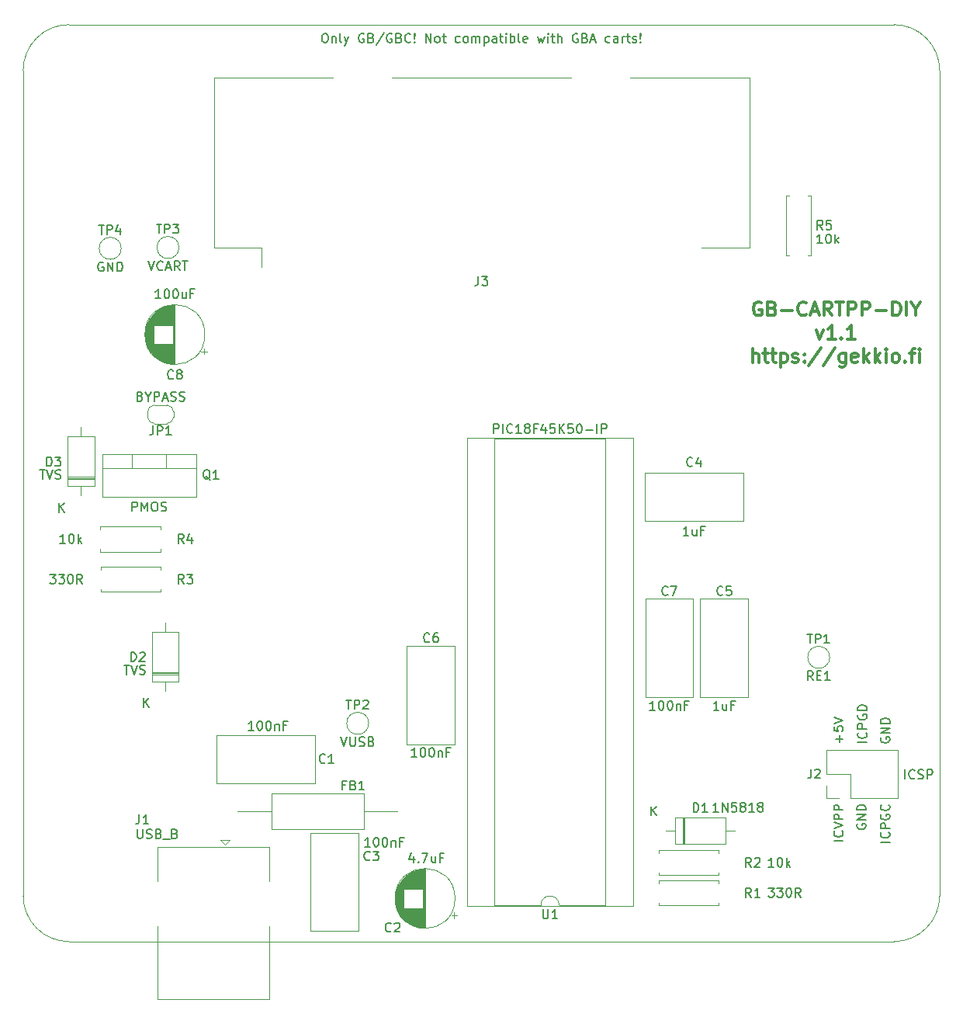
<source format=gbr>
%TF.GenerationSoftware,KiCad,Pcbnew,5.1.7-a382d34a8~87~ubuntu20.04.1*%
%TF.CreationDate,2020-10-04T21:46:04+03:00*%
%TF.ProjectId,GB-CARTPP-DIY,47422d43-4152-4545-9050-2d4449592e6b,v1.1*%
%TF.SameCoordinates,Original*%
%TF.FileFunction,Legend,Top*%
%TF.FilePolarity,Positive*%
%FSLAX46Y46*%
G04 Gerber Fmt 4.6, Leading zero omitted, Abs format (unit mm)*
G04 Created by KiCad (PCBNEW 5.1.7-a382d34a8~87~ubuntu20.04.1) date 2020-10-04 21:46:04*
%MOMM*%
%LPD*%
G01*
G04 APERTURE LIST*
%ADD10C,0.150000*%
%TA.AperFunction,Profile*%
%ADD11C,0.050000*%
%TD*%
%ADD12C,0.300000*%
%ADD13C,0.120000*%
G04 APERTURE END LIST*
D10*
X143600000Y-127740595D02*
X143552380Y-127835833D01*
X143552380Y-127978690D01*
X143600000Y-128121547D01*
X143695238Y-128216785D01*
X143790476Y-128264404D01*
X143980952Y-128312023D01*
X144123809Y-128312023D01*
X144314285Y-128264404D01*
X144409523Y-128216785D01*
X144504761Y-128121547D01*
X144552380Y-127978690D01*
X144552380Y-127883452D01*
X144504761Y-127740595D01*
X144457142Y-127692976D01*
X144123809Y-127692976D01*
X144123809Y-127883452D01*
X144552380Y-127264404D02*
X143552380Y-127264404D01*
X144552380Y-126692976D01*
X143552380Y-126692976D01*
X144552380Y-126216785D02*
X143552380Y-126216785D01*
X143552380Y-125978690D01*
X143600000Y-125835833D01*
X143695238Y-125740595D01*
X143790476Y-125692976D01*
X143980952Y-125645357D01*
X144123809Y-125645357D01*
X144314285Y-125692976D01*
X144409523Y-125740595D01*
X144504761Y-125835833D01*
X144552380Y-125978690D01*
X144552380Y-126216785D01*
X142052380Y-128264404D02*
X141052380Y-128264404D01*
X141957142Y-127216785D02*
X142004761Y-127264404D01*
X142052380Y-127407261D01*
X142052380Y-127502500D01*
X142004761Y-127645357D01*
X141909523Y-127740595D01*
X141814285Y-127788214D01*
X141623809Y-127835833D01*
X141480952Y-127835833D01*
X141290476Y-127788214D01*
X141195238Y-127740595D01*
X141100000Y-127645357D01*
X141052380Y-127502500D01*
X141052380Y-127407261D01*
X141100000Y-127264404D01*
X141147619Y-127216785D01*
X142052380Y-126788214D02*
X141052380Y-126788214D01*
X141052380Y-126407261D01*
X141100000Y-126312023D01*
X141147619Y-126264404D01*
X141242857Y-126216785D01*
X141385714Y-126216785D01*
X141480952Y-126264404D01*
X141528571Y-126312023D01*
X141576190Y-126407261D01*
X141576190Y-126788214D01*
X141100000Y-125264404D02*
X141052380Y-125359642D01*
X141052380Y-125502500D01*
X141100000Y-125645357D01*
X141195238Y-125740595D01*
X141290476Y-125788214D01*
X141480952Y-125835833D01*
X141623809Y-125835833D01*
X141814285Y-125788214D01*
X141909523Y-125740595D01*
X142004761Y-125645357D01*
X142052380Y-125502500D01*
X142052380Y-125407261D01*
X142004761Y-125264404D01*
X141957142Y-125216785D01*
X141623809Y-125216785D01*
X141623809Y-125407261D01*
X142052380Y-124788214D02*
X141052380Y-124788214D01*
X141052380Y-124550119D01*
X141100000Y-124407261D01*
X141195238Y-124312023D01*
X141290476Y-124264404D01*
X141480952Y-124216785D01*
X141623809Y-124216785D01*
X141814285Y-124264404D01*
X141909523Y-124312023D01*
X142004761Y-124407261D01*
X142052380Y-124550119D01*
X142052380Y-124788214D01*
X139071428Y-128264404D02*
X139071428Y-127502500D01*
X139452380Y-127883452D02*
X138690476Y-127883452D01*
X138452380Y-126550119D02*
X138452380Y-127026309D01*
X138928571Y-127073928D01*
X138880952Y-127026309D01*
X138833333Y-126931071D01*
X138833333Y-126692976D01*
X138880952Y-126597738D01*
X138928571Y-126550119D01*
X139023809Y-126502500D01*
X139261904Y-126502500D01*
X139357142Y-126550119D01*
X139404761Y-126597738D01*
X139452380Y-126692976D01*
X139452380Y-126931071D01*
X139404761Y-127026309D01*
X139357142Y-127073928D01*
X138452380Y-126216785D02*
X139452380Y-125883452D01*
X138452380Y-125550119D01*
X144552380Y-139135595D02*
X143552380Y-139135595D01*
X144457142Y-138087976D02*
X144504761Y-138135595D01*
X144552380Y-138278452D01*
X144552380Y-138373690D01*
X144504761Y-138516547D01*
X144409523Y-138611785D01*
X144314285Y-138659404D01*
X144123809Y-138707023D01*
X143980952Y-138707023D01*
X143790476Y-138659404D01*
X143695238Y-138611785D01*
X143600000Y-138516547D01*
X143552380Y-138373690D01*
X143552380Y-138278452D01*
X143600000Y-138135595D01*
X143647619Y-138087976D01*
X144552380Y-137659404D02*
X143552380Y-137659404D01*
X143552380Y-137278452D01*
X143600000Y-137183214D01*
X143647619Y-137135595D01*
X143742857Y-137087976D01*
X143885714Y-137087976D01*
X143980952Y-137135595D01*
X144028571Y-137183214D01*
X144076190Y-137278452D01*
X144076190Y-137659404D01*
X143600000Y-136135595D02*
X143552380Y-136230833D01*
X143552380Y-136373690D01*
X143600000Y-136516547D01*
X143695238Y-136611785D01*
X143790476Y-136659404D01*
X143980952Y-136707023D01*
X144123809Y-136707023D01*
X144314285Y-136659404D01*
X144409523Y-136611785D01*
X144504761Y-136516547D01*
X144552380Y-136373690D01*
X144552380Y-136278452D01*
X144504761Y-136135595D01*
X144457142Y-136087976D01*
X144123809Y-136087976D01*
X144123809Y-136278452D01*
X144457142Y-135087976D02*
X144504761Y-135135595D01*
X144552380Y-135278452D01*
X144552380Y-135373690D01*
X144504761Y-135516547D01*
X144409523Y-135611785D01*
X144314285Y-135659404D01*
X144123809Y-135707023D01*
X143980952Y-135707023D01*
X143790476Y-135659404D01*
X143695238Y-135611785D01*
X143600000Y-135516547D01*
X143552380Y-135373690D01*
X143552380Y-135278452D01*
X143600000Y-135135595D01*
X143647619Y-135087976D01*
X141000000Y-137183214D02*
X140952380Y-137278452D01*
X140952380Y-137421309D01*
X141000000Y-137564166D01*
X141095238Y-137659404D01*
X141190476Y-137707023D01*
X141380952Y-137754642D01*
X141523809Y-137754642D01*
X141714285Y-137707023D01*
X141809523Y-137659404D01*
X141904761Y-137564166D01*
X141952380Y-137421309D01*
X141952380Y-137326071D01*
X141904761Y-137183214D01*
X141857142Y-137135595D01*
X141523809Y-137135595D01*
X141523809Y-137326071D01*
X141952380Y-136707023D02*
X140952380Y-136707023D01*
X141952380Y-136135595D01*
X140952380Y-136135595D01*
X141952380Y-135659404D02*
X140952380Y-135659404D01*
X140952380Y-135421309D01*
X141000000Y-135278452D01*
X141095238Y-135183214D01*
X141190476Y-135135595D01*
X141380952Y-135087976D01*
X141523809Y-135087976D01*
X141714285Y-135135595D01*
X141809523Y-135183214D01*
X141904761Y-135278452D01*
X141952380Y-135421309D01*
X141952380Y-135659404D01*
X139452380Y-138992738D02*
X138452380Y-138992738D01*
X139357142Y-137945119D02*
X139404761Y-137992738D01*
X139452380Y-138135595D01*
X139452380Y-138230833D01*
X139404761Y-138373690D01*
X139309523Y-138468928D01*
X139214285Y-138516547D01*
X139023809Y-138564166D01*
X138880952Y-138564166D01*
X138690476Y-138516547D01*
X138595238Y-138468928D01*
X138500000Y-138373690D01*
X138452380Y-138230833D01*
X138452380Y-138135595D01*
X138500000Y-137992738D01*
X138547619Y-137945119D01*
X138452380Y-137659404D02*
X139452380Y-137326071D01*
X138452380Y-136992738D01*
X139452380Y-136659404D02*
X138452380Y-136659404D01*
X138452380Y-136278452D01*
X138500000Y-136183214D01*
X138547619Y-136135595D01*
X138642857Y-136087976D01*
X138785714Y-136087976D01*
X138880952Y-136135595D01*
X138928571Y-136183214D01*
X138976190Y-136278452D01*
X138976190Y-136659404D01*
X139452380Y-135659404D02*
X138452380Y-135659404D01*
X138452380Y-135278452D01*
X138500000Y-135183214D01*
X138547619Y-135135595D01*
X138642857Y-135087976D01*
X138785714Y-135087976D01*
X138880952Y-135135595D01*
X138928571Y-135183214D01*
X138976190Y-135278452D01*
X138976190Y-135659404D01*
X82833333Y-50952380D02*
X83023809Y-50952380D01*
X83119047Y-51000000D01*
X83214285Y-51095238D01*
X83261904Y-51285714D01*
X83261904Y-51619047D01*
X83214285Y-51809523D01*
X83119047Y-51904761D01*
X83023809Y-51952380D01*
X82833333Y-51952380D01*
X82738095Y-51904761D01*
X82642857Y-51809523D01*
X82595238Y-51619047D01*
X82595238Y-51285714D01*
X82642857Y-51095238D01*
X82738095Y-51000000D01*
X82833333Y-50952380D01*
X83690476Y-51285714D02*
X83690476Y-51952380D01*
X83690476Y-51380952D02*
X83738095Y-51333333D01*
X83833333Y-51285714D01*
X83976190Y-51285714D01*
X84071428Y-51333333D01*
X84119047Y-51428571D01*
X84119047Y-51952380D01*
X84738095Y-51952380D02*
X84642857Y-51904761D01*
X84595238Y-51809523D01*
X84595238Y-50952380D01*
X85023809Y-51285714D02*
X85261904Y-51952380D01*
X85500000Y-51285714D02*
X85261904Y-51952380D01*
X85166666Y-52190476D01*
X85119047Y-52238095D01*
X85023809Y-52285714D01*
X87166666Y-51000000D02*
X87071428Y-50952380D01*
X86928571Y-50952380D01*
X86785714Y-51000000D01*
X86690476Y-51095238D01*
X86642857Y-51190476D01*
X86595238Y-51380952D01*
X86595238Y-51523809D01*
X86642857Y-51714285D01*
X86690476Y-51809523D01*
X86785714Y-51904761D01*
X86928571Y-51952380D01*
X87023809Y-51952380D01*
X87166666Y-51904761D01*
X87214285Y-51857142D01*
X87214285Y-51523809D01*
X87023809Y-51523809D01*
X87976190Y-51428571D02*
X88119047Y-51476190D01*
X88166666Y-51523809D01*
X88214285Y-51619047D01*
X88214285Y-51761904D01*
X88166666Y-51857142D01*
X88119047Y-51904761D01*
X88023809Y-51952380D01*
X87642857Y-51952380D01*
X87642857Y-50952380D01*
X87976190Y-50952380D01*
X88071428Y-51000000D01*
X88119047Y-51047619D01*
X88166666Y-51142857D01*
X88166666Y-51238095D01*
X88119047Y-51333333D01*
X88071428Y-51380952D01*
X87976190Y-51428571D01*
X87642857Y-51428571D01*
X89357142Y-50904761D02*
X88500000Y-52190476D01*
X90214285Y-51000000D02*
X90119047Y-50952380D01*
X89976190Y-50952380D01*
X89833333Y-51000000D01*
X89738095Y-51095238D01*
X89690476Y-51190476D01*
X89642857Y-51380952D01*
X89642857Y-51523809D01*
X89690476Y-51714285D01*
X89738095Y-51809523D01*
X89833333Y-51904761D01*
X89976190Y-51952380D01*
X90071428Y-51952380D01*
X90214285Y-51904761D01*
X90261904Y-51857142D01*
X90261904Y-51523809D01*
X90071428Y-51523809D01*
X91023809Y-51428571D02*
X91166666Y-51476190D01*
X91214285Y-51523809D01*
X91261904Y-51619047D01*
X91261904Y-51761904D01*
X91214285Y-51857142D01*
X91166666Y-51904761D01*
X91071428Y-51952380D01*
X90690476Y-51952380D01*
X90690476Y-50952380D01*
X91023809Y-50952380D01*
X91119047Y-51000000D01*
X91166666Y-51047619D01*
X91214285Y-51142857D01*
X91214285Y-51238095D01*
X91166666Y-51333333D01*
X91119047Y-51380952D01*
X91023809Y-51428571D01*
X90690476Y-51428571D01*
X92261904Y-51857142D02*
X92214285Y-51904761D01*
X92071428Y-51952380D01*
X91976190Y-51952380D01*
X91833333Y-51904761D01*
X91738095Y-51809523D01*
X91690476Y-51714285D01*
X91642857Y-51523809D01*
X91642857Y-51380952D01*
X91690476Y-51190476D01*
X91738095Y-51095238D01*
X91833333Y-51000000D01*
X91976190Y-50952380D01*
X92071428Y-50952380D01*
X92214285Y-51000000D01*
X92261904Y-51047619D01*
X92690476Y-51857142D02*
X92738095Y-51904761D01*
X92690476Y-51952380D01*
X92642857Y-51904761D01*
X92690476Y-51857142D01*
X92690476Y-51952380D01*
X92690476Y-51571428D02*
X92642857Y-51000000D01*
X92690476Y-50952380D01*
X92738095Y-51000000D01*
X92690476Y-51571428D01*
X92690476Y-50952380D01*
X93928571Y-51952380D02*
X93928571Y-50952380D01*
X94500000Y-51952380D01*
X94500000Y-50952380D01*
X95119047Y-51952380D02*
X95023809Y-51904761D01*
X94976190Y-51857142D01*
X94928571Y-51761904D01*
X94928571Y-51476190D01*
X94976190Y-51380952D01*
X95023809Y-51333333D01*
X95119047Y-51285714D01*
X95261904Y-51285714D01*
X95357142Y-51333333D01*
X95404761Y-51380952D01*
X95452380Y-51476190D01*
X95452380Y-51761904D01*
X95404761Y-51857142D01*
X95357142Y-51904761D01*
X95261904Y-51952380D01*
X95119047Y-51952380D01*
X95738095Y-51285714D02*
X96119047Y-51285714D01*
X95880952Y-50952380D02*
X95880952Y-51809523D01*
X95928571Y-51904761D01*
X96023809Y-51952380D01*
X96119047Y-51952380D01*
X97642857Y-51904761D02*
X97547619Y-51952380D01*
X97357142Y-51952380D01*
X97261904Y-51904761D01*
X97214285Y-51857142D01*
X97166666Y-51761904D01*
X97166666Y-51476190D01*
X97214285Y-51380952D01*
X97261904Y-51333333D01*
X97357142Y-51285714D01*
X97547619Y-51285714D01*
X97642857Y-51333333D01*
X98214285Y-51952380D02*
X98119047Y-51904761D01*
X98071428Y-51857142D01*
X98023809Y-51761904D01*
X98023809Y-51476190D01*
X98071428Y-51380952D01*
X98119047Y-51333333D01*
X98214285Y-51285714D01*
X98357142Y-51285714D01*
X98452380Y-51333333D01*
X98500000Y-51380952D01*
X98547619Y-51476190D01*
X98547619Y-51761904D01*
X98500000Y-51857142D01*
X98452380Y-51904761D01*
X98357142Y-51952380D01*
X98214285Y-51952380D01*
X98976190Y-51952380D02*
X98976190Y-51285714D01*
X98976190Y-51380952D02*
X99023809Y-51333333D01*
X99119047Y-51285714D01*
X99261904Y-51285714D01*
X99357142Y-51333333D01*
X99404761Y-51428571D01*
X99404761Y-51952380D01*
X99404761Y-51428571D02*
X99452380Y-51333333D01*
X99547619Y-51285714D01*
X99690476Y-51285714D01*
X99785714Y-51333333D01*
X99833333Y-51428571D01*
X99833333Y-51952380D01*
X100309523Y-51285714D02*
X100309523Y-52285714D01*
X100309523Y-51333333D02*
X100404761Y-51285714D01*
X100595238Y-51285714D01*
X100690476Y-51333333D01*
X100738095Y-51380952D01*
X100785714Y-51476190D01*
X100785714Y-51761904D01*
X100738095Y-51857142D01*
X100690476Y-51904761D01*
X100595238Y-51952380D01*
X100404761Y-51952380D01*
X100309523Y-51904761D01*
X101642857Y-51952380D02*
X101642857Y-51428571D01*
X101595238Y-51333333D01*
X101500000Y-51285714D01*
X101309523Y-51285714D01*
X101214285Y-51333333D01*
X101642857Y-51904761D02*
X101547619Y-51952380D01*
X101309523Y-51952380D01*
X101214285Y-51904761D01*
X101166666Y-51809523D01*
X101166666Y-51714285D01*
X101214285Y-51619047D01*
X101309523Y-51571428D01*
X101547619Y-51571428D01*
X101642857Y-51523809D01*
X101976190Y-51285714D02*
X102357142Y-51285714D01*
X102119047Y-50952380D02*
X102119047Y-51809523D01*
X102166666Y-51904761D01*
X102261904Y-51952380D01*
X102357142Y-51952380D01*
X102690476Y-51952380D02*
X102690476Y-51285714D01*
X102690476Y-50952380D02*
X102642857Y-51000000D01*
X102690476Y-51047619D01*
X102738095Y-51000000D01*
X102690476Y-50952380D01*
X102690476Y-51047619D01*
X103166666Y-51952380D02*
X103166666Y-50952380D01*
X103166666Y-51333333D02*
X103261904Y-51285714D01*
X103452380Y-51285714D01*
X103547619Y-51333333D01*
X103595238Y-51380952D01*
X103642857Y-51476190D01*
X103642857Y-51761904D01*
X103595238Y-51857142D01*
X103547619Y-51904761D01*
X103452380Y-51952380D01*
X103261904Y-51952380D01*
X103166666Y-51904761D01*
X104214285Y-51952380D02*
X104119047Y-51904761D01*
X104071428Y-51809523D01*
X104071428Y-50952380D01*
X104976190Y-51904761D02*
X104880952Y-51952380D01*
X104690476Y-51952380D01*
X104595238Y-51904761D01*
X104547619Y-51809523D01*
X104547619Y-51428571D01*
X104595238Y-51333333D01*
X104690476Y-51285714D01*
X104880952Y-51285714D01*
X104976190Y-51333333D01*
X105023809Y-51428571D01*
X105023809Y-51523809D01*
X104547619Y-51619047D01*
X106119047Y-51285714D02*
X106309523Y-51952380D01*
X106500000Y-51476190D01*
X106690476Y-51952380D01*
X106880952Y-51285714D01*
X107261904Y-51952380D02*
X107261904Y-51285714D01*
X107261904Y-50952380D02*
X107214285Y-51000000D01*
X107261904Y-51047619D01*
X107309523Y-51000000D01*
X107261904Y-50952380D01*
X107261904Y-51047619D01*
X107595238Y-51285714D02*
X107976190Y-51285714D01*
X107738095Y-50952380D02*
X107738095Y-51809523D01*
X107785714Y-51904761D01*
X107880952Y-51952380D01*
X107976190Y-51952380D01*
X108309523Y-51952380D02*
X108309523Y-50952380D01*
X108738095Y-51952380D02*
X108738095Y-51428571D01*
X108690476Y-51333333D01*
X108595238Y-51285714D01*
X108452380Y-51285714D01*
X108357142Y-51333333D01*
X108309523Y-51380952D01*
X110500000Y-51000000D02*
X110404761Y-50952380D01*
X110261904Y-50952380D01*
X110119047Y-51000000D01*
X110023809Y-51095238D01*
X109976190Y-51190476D01*
X109928571Y-51380952D01*
X109928571Y-51523809D01*
X109976190Y-51714285D01*
X110023809Y-51809523D01*
X110119047Y-51904761D01*
X110261904Y-51952380D01*
X110357142Y-51952380D01*
X110500000Y-51904761D01*
X110547619Y-51857142D01*
X110547619Y-51523809D01*
X110357142Y-51523809D01*
X111309523Y-51428571D02*
X111452380Y-51476190D01*
X111500000Y-51523809D01*
X111547619Y-51619047D01*
X111547619Y-51761904D01*
X111500000Y-51857142D01*
X111452380Y-51904761D01*
X111357142Y-51952380D01*
X110976190Y-51952380D01*
X110976190Y-50952380D01*
X111309523Y-50952380D01*
X111404761Y-51000000D01*
X111452380Y-51047619D01*
X111500000Y-51142857D01*
X111500000Y-51238095D01*
X111452380Y-51333333D01*
X111404761Y-51380952D01*
X111309523Y-51428571D01*
X110976190Y-51428571D01*
X111928571Y-51666666D02*
X112404761Y-51666666D01*
X111833333Y-51952380D02*
X112166666Y-50952380D01*
X112500000Y-51952380D01*
X114023809Y-51904761D02*
X113928571Y-51952380D01*
X113738095Y-51952380D01*
X113642857Y-51904761D01*
X113595238Y-51857142D01*
X113547619Y-51761904D01*
X113547619Y-51476190D01*
X113595238Y-51380952D01*
X113642857Y-51333333D01*
X113738095Y-51285714D01*
X113928571Y-51285714D01*
X114023809Y-51333333D01*
X114880952Y-51952380D02*
X114880952Y-51428571D01*
X114833333Y-51333333D01*
X114738095Y-51285714D01*
X114547619Y-51285714D01*
X114452380Y-51333333D01*
X114880952Y-51904761D02*
X114785714Y-51952380D01*
X114547619Y-51952380D01*
X114452380Y-51904761D01*
X114404761Y-51809523D01*
X114404761Y-51714285D01*
X114452380Y-51619047D01*
X114547619Y-51571428D01*
X114785714Y-51571428D01*
X114880952Y-51523809D01*
X115357142Y-51952380D02*
X115357142Y-51285714D01*
X115357142Y-51476190D02*
X115404761Y-51380952D01*
X115452380Y-51333333D01*
X115547619Y-51285714D01*
X115642857Y-51285714D01*
X115833333Y-51285714D02*
X116214285Y-51285714D01*
X115976190Y-50952380D02*
X115976190Y-51809523D01*
X116023809Y-51904761D01*
X116119047Y-51952380D01*
X116214285Y-51952380D01*
X116500000Y-51904761D02*
X116595238Y-51952380D01*
X116785714Y-51952380D01*
X116880952Y-51904761D01*
X116928571Y-51809523D01*
X116928571Y-51761904D01*
X116880952Y-51666666D01*
X116785714Y-51619047D01*
X116642857Y-51619047D01*
X116547619Y-51571428D01*
X116500000Y-51476190D01*
X116500000Y-51428571D01*
X116547619Y-51333333D01*
X116642857Y-51285714D01*
X116785714Y-51285714D01*
X116880952Y-51333333D01*
X117357142Y-51857142D02*
X117404761Y-51904761D01*
X117357142Y-51952380D01*
X117309523Y-51904761D01*
X117357142Y-51857142D01*
X117357142Y-51952380D01*
X117357142Y-51571428D02*
X117309523Y-51000000D01*
X117357142Y-50952380D01*
X117404761Y-51000000D01*
X117357142Y-51571428D01*
X117357142Y-50952380D01*
D11*
X150000000Y-145000000D02*
G75*
G02*
X145000000Y-150000000I-5000000J0D01*
G01*
X55000000Y-150000000D02*
G75*
G02*
X50000000Y-145000000I0J5000000D01*
G01*
X50000000Y-55000000D02*
G75*
G02*
X55000000Y-50000000I5000000J0D01*
G01*
X145000000Y-50000000D02*
G75*
G02*
X150000000Y-55000000I0J-5000000D01*
G01*
D12*
X130521428Y-80300000D02*
X130378571Y-80228571D01*
X130164285Y-80228571D01*
X129950000Y-80300000D01*
X129807142Y-80442857D01*
X129735714Y-80585714D01*
X129664285Y-80871428D01*
X129664285Y-81085714D01*
X129735714Y-81371428D01*
X129807142Y-81514285D01*
X129950000Y-81657142D01*
X130164285Y-81728571D01*
X130307142Y-81728571D01*
X130521428Y-81657142D01*
X130592857Y-81585714D01*
X130592857Y-81085714D01*
X130307142Y-81085714D01*
X131735714Y-80942857D02*
X131950000Y-81014285D01*
X132021428Y-81085714D01*
X132092857Y-81228571D01*
X132092857Y-81442857D01*
X132021428Y-81585714D01*
X131950000Y-81657142D01*
X131807142Y-81728571D01*
X131235714Y-81728571D01*
X131235714Y-80228571D01*
X131735714Y-80228571D01*
X131878571Y-80300000D01*
X131950000Y-80371428D01*
X132021428Y-80514285D01*
X132021428Y-80657142D01*
X131950000Y-80800000D01*
X131878571Y-80871428D01*
X131735714Y-80942857D01*
X131235714Y-80942857D01*
X132735714Y-81157142D02*
X133878571Y-81157142D01*
X135450000Y-81585714D02*
X135378571Y-81657142D01*
X135164285Y-81728571D01*
X135021428Y-81728571D01*
X134807142Y-81657142D01*
X134664285Y-81514285D01*
X134592857Y-81371428D01*
X134521428Y-81085714D01*
X134521428Y-80871428D01*
X134592857Y-80585714D01*
X134664285Y-80442857D01*
X134807142Y-80300000D01*
X135021428Y-80228571D01*
X135164285Y-80228571D01*
X135378571Y-80300000D01*
X135450000Y-80371428D01*
X136021428Y-81300000D02*
X136735714Y-81300000D01*
X135878571Y-81728571D02*
X136378571Y-80228571D01*
X136878571Y-81728571D01*
X138235714Y-81728571D02*
X137735714Y-81014285D01*
X137378571Y-81728571D02*
X137378571Y-80228571D01*
X137950000Y-80228571D01*
X138092857Y-80300000D01*
X138164285Y-80371428D01*
X138235714Y-80514285D01*
X138235714Y-80728571D01*
X138164285Y-80871428D01*
X138092857Y-80942857D01*
X137950000Y-81014285D01*
X137378571Y-81014285D01*
X138664285Y-80228571D02*
X139521428Y-80228571D01*
X139092857Y-81728571D02*
X139092857Y-80228571D01*
X140021428Y-81728571D02*
X140021428Y-80228571D01*
X140592857Y-80228571D01*
X140735714Y-80300000D01*
X140807142Y-80371428D01*
X140878571Y-80514285D01*
X140878571Y-80728571D01*
X140807142Y-80871428D01*
X140735714Y-80942857D01*
X140592857Y-81014285D01*
X140021428Y-81014285D01*
X141521428Y-81728571D02*
X141521428Y-80228571D01*
X142092857Y-80228571D01*
X142235714Y-80300000D01*
X142307142Y-80371428D01*
X142378571Y-80514285D01*
X142378571Y-80728571D01*
X142307142Y-80871428D01*
X142235714Y-80942857D01*
X142092857Y-81014285D01*
X141521428Y-81014285D01*
X143021428Y-81157142D02*
X144164285Y-81157142D01*
X144878571Y-81728571D02*
X144878571Y-80228571D01*
X145235714Y-80228571D01*
X145450000Y-80300000D01*
X145592857Y-80442857D01*
X145664285Y-80585714D01*
X145735714Y-80871428D01*
X145735714Y-81085714D01*
X145664285Y-81371428D01*
X145592857Y-81514285D01*
X145450000Y-81657142D01*
X145235714Y-81728571D01*
X144878571Y-81728571D01*
X146378571Y-81728571D02*
X146378571Y-80228571D01*
X147378571Y-81014285D02*
X147378571Y-81728571D01*
X146878571Y-80228571D02*
X147378571Y-81014285D01*
X147878571Y-80228571D01*
X136557142Y-83278571D02*
X136914285Y-84278571D01*
X137271428Y-83278571D01*
X138628571Y-84278571D02*
X137771428Y-84278571D01*
X138200000Y-84278571D02*
X138200000Y-82778571D01*
X138057142Y-82992857D01*
X137914285Y-83135714D01*
X137771428Y-83207142D01*
X139271428Y-84135714D02*
X139342857Y-84207142D01*
X139271428Y-84278571D01*
X139200000Y-84207142D01*
X139271428Y-84135714D01*
X139271428Y-84278571D01*
X140771428Y-84278571D02*
X139914285Y-84278571D01*
X140342857Y-84278571D02*
X140342857Y-82778571D01*
X140200000Y-82992857D01*
X140057142Y-83135714D01*
X139914285Y-83207142D01*
X129592857Y-86828571D02*
X129592857Y-85328571D01*
X130235714Y-86828571D02*
X130235714Y-86042857D01*
X130164285Y-85900000D01*
X130021428Y-85828571D01*
X129807142Y-85828571D01*
X129664285Y-85900000D01*
X129592857Y-85971428D01*
X130735714Y-85828571D02*
X131307142Y-85828571D01*
X130950000Y-85328571D02*
X130950000Y-86614285D01*
X131021428Y-86757142D01*
X131164285Y-86828571D01*
X131307142Y-86828571D01*
X131592857Y-85828571D02*
X132164285Y-85828571D01*
X131807142Y-85328571D02*
X131807142Y-86614285D01*
X131878571Y-86757142D01*
X132021428Y-86828571D01*
X132164285Y-86828571D01*
X132664285Y-85828571D02*
X132664285Y-87328571D01*
X132664285Y-85900000D02*
X132807142Y-85828571D01*
X133092857Y-85828571D01*
X133235714Y-85900000D01*
X133307142Y-85971428D01*
X133378571Y-86114285D01*
X133378571Y-86542857D01*
X133307142Y-86685714D01*
X133235714Y-86757142D01*
X133092857Y-86828571D01*
X132807142Y-86828571D01*
X132664285Y-86757142D01*
X133950000Y-86757142D02*
X134092857Y-86828571D01*
X134378571Y-86828571D01*
X134521428Y-86757142D01*
X134592857Y-86614285D01*
X134592857Y-86542857D01*
X134521428Y-86400000D01*
X134378571Y-86328571D01*
X134164285Y-86328571D01*
X134021428Y-86257142D01*
X133950000Y-86114285D01*
X133950000Y-86042857D01*
X134021428Y-85900000D01*
X134164285Y-85828571D01*
X134378571Y-85828571D01*
X134521428Y-85900000D01*
X135235714Y-86685714D02*
X135307142Y-86757142D01*
X135235714Y-86828571D01*
X135164285Y-86757142D01*
X135235714Y-86685714D01*
X135235714Y-86828571D01*
X135235714Y-85900000D02*
X135307142Y-85971428D01*
X135235714Y-86042857D01*
X135164285Y-85971428D01*
X135235714Y-85900000D01*
X135235714Y-86042857D01*
X137021428Y-85257142D02*
X135735714Y-87185714D01*
X138592857Y-85257142D02*
X137307142Y-87185714D01*
X139735714Y-85828571D02*
X139735714Y-87042857D01*
X139664285Y-87185714D01*
X139592857Y-87257142D01*
X139450000Y-87328571D01*
X139235714Y-87328571D01*
X139092857Y-87257142D01*
X139735714Y-86757142D02*
X139592857Y-86828571D01*
X139307142Y-86828571D01*
X139164285Y-86757142D01*
X139092857Y-86685714D01*
X139021428Y-86542857D01*
X139021428Y-86114285D01*
X139092857Y-85971428D01*
X139164285Y-85900000D01*
X139307142Y-85828571D01*
X139592857Y-85828571D01*
X139735714Y-85900000D01*
X141021428Y-86757142D02*
X140878571Y-86828571D01*
X140592857Y-86828571D01*
X140450000Y-86757142D01*
X140378571Y-86614285D01*
X140378571Y-86042857D01*
X140450000Y-85900000D01*
X140592857Y-85828571D01*
X140878571Y-85828571D01*
X141021428Y-85900000D01*
X141092857Y-86042857D01*
X141092857Y-86185714D01*
X140378571Y-86328571D01*
X141735714Y-86828571D02*
X141735714Y-85328571D01*
X141878571Y-86257142D02*
X142307142Y-86828571D01*
X142307142Y-85828571D02*
X141735714Y-86400000D01*
X142950000Y-86828571D02*
X142950000Y-85328571D01*
X143092857Y-86257142D02*
X143521428Y-86828571D01*
X143521428Y-85828571D02*
X142950000Y-86400000D01*
X144164285Y-86828571D02*
X144164285Y-85828571D01*
X144164285Y-85328571D02*
X144092857Y-85400000D01*
X144164285Y-85471428D01*
X144235714Y-85400000D01*
X144164285Y-85328571D01*
X144164285Y-85471428D01*
X145092857Y-86828571D02*
X144950000Y-86757142D01*
X144878571Y-86685714D01*
X144807142Y-86542857D01*
X144807142Y-86114285D01*
X144878571Y-85971428D01*
X144950000Y-85900000D01*
X145092857Y-85828571D01*
X145307142Y-85828571D01*
X145450000Y-85900000D01*
X145521428Y-85971428D01*
X145592857Y-86114285D01*
X145592857Y-86542857D01*
X145521428Y-86685714D01*
X145450000Y-86757142D01*
X145307142Y-86828571D01*
X145092857Y-86828571D01*
X146235714Y-86685714D02*
X146307142Y-86757142D01*
X146235714Y-86828571D01*
X146164285Y-86757142D01*
X146235714Y-86685714D01*
X146235714Y-86828571D01*
X146735714Y-85828571D02*
X147307142Y-85828571D01*
X146950000Y-86828571D02*
X146950000Y-85542857D01*
X147021428Y-85400000D01*
X147164285Y-85328571D01*
X147307142Y-85328571D01*
X147807142Y-86828571D02*
X147807142Y-85828571D01*
X147807142Y-85328571D02*
X147735714Y-85400000D01*
X147807142Y-85471428D01*
X147878571Y-85400000D01*
X147807142Y-85328571D01*
X147807142Y-85471428D01*
D11*
X145000000Y-50000000D02*
X55000000Y-50000000D01*
X150000000Y-145000000D02*
X150000000Y-55000000D01*
X55000000Y-150000000D02*
X145000000Y-150000000D01*
X50000000Y-55000000D02*
X50000000Y-145000000D01*
D13*
%TO.C,D1*%
X121940000Y-136430000D02*
X121940000Y-139370000D01*
X122180000Y-136430000D02*
X122180000Y-139370000D01*
X122060000Y-136430000D02*
X122060000Y-139370000D01*
X127620000Y-137900000D02*
X126600000Y-137900000D01*
X120140000Y-137900000D02*
X121160000Y-137900000D01*
X126600000Y-136430000D02*
X121160000Y-136430000D01*
X126600000Y-139370000D02*
X126600000Y-136430000D01*
X121160000Y-139370000D02*
X126600000Y-139370000D01*
X121160000Y-136430000D02*
X121160000Y-139370000D01*
%TO.C,D2*%
X64030000Y-120860000D02*
X66970000Y-120860000D01*
X64030000Y-120620000D02*
X66970000Y-120620000D01*
X64030000Y-120740000D02*
X66970000Y-120740000D01*
X65500000Y-115180000D02*
X65500000Y-116200000D01*
X65500000Y-122660000D02*
X65500000Y-121640000D01*
X64030000Y-116200000D02*
X64030000Y-121640000D01*
X66970000Y-116200000D02*
X64030000Y-116200000D01*
X66970000Y-121640000D02*
X66970000Y-116200000D01*
X64030000Y-121640000D02*
X66970000Y-121640000D01*
%TO.C,D3*%
X54830000Y-99560000D02*
X57770000Y-99560000D01*
X54830000Y-99320000D02*
X57770000Y-99320000D01*
X54830000Y-99440000D02*
X57770000Y-99440000D01*
X56300000Y-93880000D02*
X56300000Y-94900000D01*
X56300000Y-101360000D02*
X56300000Y-100340000D01*
X54830000Y-94900000D02*
X54830000Y-100340000D01*
X57770000Y-94900000D02*
X54830000Y-94900000D01*
X57770000Y-100340000D02*
X57770000Y-94900000D01*
X54830000Y-100340000D02*
X57770000Y-100340000D01*
%TO.C,TP4*%
X60700000Y-74400000D02*
G75*
G03*
X60700000Y-74400000I-1200000J0D01*
G01*
%TO.C,FB1*%
X73420000Y-135800000D02*
X77070000Y-135800000D01*
X90860000Y-135800000D02*
X87210000Y-135800000D01*
X77070000Y-137720000D02*
X87210000Y-137720000D01*
X77070000Y-133880000D02*
X77070000Y-137720000D01*
X87210000Y-133880000D02*
X77070000Y-133880000D01*
X87210000Y-137720000D02*
X87210000Y-133880000D01*
%TO.C,TP1*%
X138000000Y-119000000D02*
G75*
G03*
X138000000Y-119000000I-1200000J0D01*
G01*
%TO.C,JP1*%
X65700000Y-93500000D02*
X64300000Y-93500000D01*
X63600000Y-92800000D02*
X63600000Y-92200000D01*
X64300000Y-91500000D02*
X65700000Y-91500000D01*
X66400000Y-92200000D02*
X66400000Y-92800000D01*
X66400000Y-92800000D02*
G75*
G02*
X65700000Y-93500000I-700000J0D01*
G01*
X65700000Y-91500000D02*
G75*
G02*
X66400000Y-92200000I0J-700000D01*
G01*
X63600000Y-92200000D02*
G75*
G02*
X64300000Y-91500000I700000J0D01*
G01*
X64300000Y-93500000D02*
G75*
G02*
X63600000Y-92800000I0J700000D01*
G01*
%TO.C,C3*%
X86620000Y-148870000D02*
X81380000Y-148870000D01*
X86620000Y-138130000D02*
X81380000Y-138130000D01*
X81380000Y-138130000D02*
X81380000Y-148870000D01*
X86620000Y-138130000D02*
X86620000Y-148870000D01*
%TO.C,C1*%
X81870000Y-127480000D02*
X81870000Y-132720000D01*
X71130000Y-127480000D02*
X71130000Y-132720000D01*
X71130000Y-132720000D02*
X81870000Y-132720000D01*
X71130000Y-127480000D02*
X81870000Y-127480000D01*
%TO.C,U1*%
X98420000Y-146090000D02*
X116540000Y-146090000D01*
X98420000Y-95050000D02*
X98420000Y-146090000D01*
X116540000Y-95050000D02*
X98420000Y-95050000D01*
X116540000Y-146090000D02*
X116540000Y-95050000D01*
X101420000Y-146030000D02*
X106480000Y-146030000D01*
X101420000Y-95110000D02*
X101420000Y-146030000D01*
X113540000Y-95110000D02*
X101420000Y-95110000D01*
X113540000Y-146030000D02*
X113540000Y-95110000D01*
X108480000Y-146030000D02*
X113540000Y-146030000D01*
X106480000Y-146030000D02*
G75*
G02*
X108480000Y-146030000I1000000J0D01*
G01*
%TO.C,TP3*%
X67000000Y-74300000D02*
G75*
G03*
X67000000Y-74300000I-1200000J0D01*
G01*
%TO.C,TP2*%
X87700000Y-126200000D02*
G75*
G03*
X87700000Y-126200000I-1200000J0D01*
G01*
%TO.C,R2*%
X125880000Y-142770000D02*
X125880000Y-142440000D01*
X119340000Y-142770000D02*
X125880000Y-142770000D01*
X119340000Y-142440000D02*
X119340000Y-142770000D01*
X125880000Y-140030000D02*
X125880000Y-140360000D01*
X119340000Y-140030000D02*
X125880000Y-140030000D01*
X119340000Y-140360000D02*
X119340000Y-140030000D01*
%TO.C,R5*%
X133230000Y-75180000D02*
X133560000Y-75180000D01*
X133230000Y-68640000D02*
X133230000Y-75180000D01*
X133560000Y-68640000D02*
X133230000Y-68640000D01*
X135970000Y-75180000D02*
X135640000Y-75180000D01*
X135970000Y-68640000D02*
X135970000Y-75180000D01*
X135640000Y-68640000D02*
X135970000Y-68640000D01*
%TO.C,R4*%
X58420000Y-104730000D02*
X58420000Y-105060000D01*
X64960000Y-104730000D02*
X58420000Y-104730000D01*
X64960000Y-105060000D02*
X64960000Y-104730000D01*
X58420000Y-107470000D02*
X58420000Y-107140000D01*
X64960000Y-107470000D02*
X58420000Y-107470000D01*
X64960000Y-107140000D02*
X64960000Y-107470000D01*
%TO.C,R3*%
X64980000Y-111870000D02*
X64980000Y-111540000D01*
X58440000Y-111870000D02*
X64980000Y-111870000D01*
X58440000Y-111540000D02*
X58440000Y-111870000D01*
X64980000Y-109130000D02*
X64980000Y-109460000D01*
X58440000Y-109130000D02*
X64980000Y-109130000D01*
X58440000Y-109460000D02*
X58440000Y-109130000D01*
%TO.C,R1*%
X119320000Y-143330000D02*
X119320000Y-143660000D01*
X125860000Y-143330000D02*
X119320000Y-143330000D01*
X125860000Y-143660000D02*
X125860000Y-143330000D01*
X119320000Y-146070000D02*
X119320000Y-145740000D01*
X125860000Y-146070000D02*
X119320000Y-146070000D01*
X125860000Y-145740000D02*
X125860000Y-146070000D01*
%TO.C,Q1*%
X65591000Y-96830000D02*
X65591000Y-98340000D01*
X61890000Y-96830000D02*
X61890000Y-98340000D01*
X58620000Y-98340000D02*
X68860000Y-98340000D01*
X68860000Y-96830000D02*
X68860000Y-101471000D01*
X58620000Y-96830000D02*
X58620000Y-101471000D01*
X58620000Y-101471000D02*
X68860000Y-101471000D01*
X58620000Y-96830000D02*
X68860000Y-96830000D01*
%TO.C,J3*%
X129300000Y-74300000D02*
X129300000Y-55800000D01*
X129300000Y-55800000D02*
X116200000Y-55800000D01*
X109800000Y-55800000D02*
X90200000Y-55800000D01*
X83800000Y-55800000D02*
X70800000Y-55800000D01*
X70800000Y-74300000D02*
X70800000Y-55800000D01*
X70800000Y-74300000D02*
X76000000Y-74300000D01*
X129300000Y-74300000D02*
X124000000Y-74300000D01*
X76000000Y-74300000D02*
X76000000Y-76400000D01*
%TO.C,J2*%
X137670000Y-134330000D02*
X137670000Y-133000000D01*
X139000000Y-134330000D02*
X137670000Y-134330000D01*
X137670000Y-131730000D02*
X137670000Y-129130000D01*
X140270000Y-131730000D02*
X137670000Y-131730000D01*
X140270000Y-134330000D02*
X140270000Y-131730000D01*
X137670000Y-129130000D02*
X145410000Y-129130000D01*
X140270000Y-134330000D02*
X145410000Y-134330000D01*
X145410000Y-134330000D02*
X145410000Y-129130000D01*
%TO.C,J1*%
X71500000Y-138950000D02*
X72000000Y-139450000D01*
X72500000Y-138950000D02*
X71500000Y-138950000D01*
X72000000Y-139450000D02*
X72500000Y-138950000D01*
X64640000Y-156270000D02*
X64640000Y-148300000D01*
X76860000Y-156270000D02*
X76860000Y-148300000D01*
X64640000Y-156270000D02*
X76860000Y-156270000D01*
X76860000Y-139650000D02*
X76860000Y-143400000D01*
X64640000Y-139650000D02*
X64640000Y-143400000D01*
X64640000Y-139650000D02*
X76860000Y-139650000D01*
%TO.C,C8*%
X69735241Y-85954000D02*
X69735241Y-85324000D01*
X70050241Y-85639000D02*
X69420241Y-85639000D01*
X63309000Y-84202000D02*
X63309000Y-83398000D01*
X63349000Y-84433000D02*
X63349000Y-83167000D01*
X63389000Y-84602000D02*
X63389000Y-82998000D01*
X63429000Y-84740000D02*
X63429000Y-82860000D01*
X63469000Y-84859000D02*
X63469000Y-82741000D01*
X63509000Y-84965000D02*
X63509000Y-82635000D01*
X63549000Y-85062000D02*
X63549000Y-82538000D01*
X63589000Y-85150000D02*
X63589000Y-82450000D01*
X63629000Y-85232000D02*
X63629000Y-82368000D01*
X63669000Y-85309000D02*
X63669000Y-82291000D01*
X63709000Y-85381000D02*
X63709000Y-82219000D01*
X63749000Y-85450000D02*
X63749000Y-82150000D01*
X63789000Y-85514000D02*
X63789000Y-82086000D01*
X63829000Y-85576000D02*
X63829000Y-82024000D01*
X63869000Y-85634000D02*
X63869000Y-81966000D01*
X63909000Y-85690000D02*
X63909000Y-81910000D01*
X63949000Y-85744000D02*
X63949000Y-81856000D01*
X63989000Y-85795000D02*
X63989000Y-81805000D01*
X64029000Y-85844000D02*
X64029000Y-81756000D01*
X64069000Y-85892000D02*
X64069000Y-81708000D01*
X64109000Y-85937000D02*
X64109000Y-81663000D01*
X64149000Y-85982000D02*
X64149000Y-81618000D01*
X64189000Y-86024000D02*
X64189000Y-81576000D01*
X64229000Y-86065000D02*
X64229000Y-81535000D01*
X64269000Y-82760000D02*
X64269000Y-81495000D01*
X64269000Y-86105000D02*
X64269000Y-84840000D01*
X64309000Y-82760000D02*
X64309000Y-81457000D01*
X64309000Y-86143000D02*
X64309000Y-84840000D01*
X64349000Y-82760000D02*
X64349000Y-81420000D01*
X64349000Y-86180000D02*
X64349000Y-84840000D01*
X64389000Y-82760000D02*
X64389000Y-81384000D01*
X64389000Y-86216000D02*
X64389000Y-84840000D01*
X64429000Y-82760000D02*
X64429000Y-81350000D01*
X64429000Y-86250000D02*
X64429000Y-84840000D01*
X64469000Y-82760000D02*
X64469000Y-81316000D01*
X64469000Y-86284000D02*
X64469000Y-84840000D01*
X64509000Y-82760000D02*
X64509000Y-81284000D01*
X64509000Y-86316000D02*
X64509000Y-84840000D01*
X64549000Y-82760000D02*
X64549000Y-81252000D01*
X64549000Y-86348000D02*
X64549000Y-84840000D01*
X64589000Y-82760000D02*
X64589000Y-81222000D01*
X64589000Y-86378000D02*
X64589000Y-84840000D01*
X64629000Y-82760000D02*
X64629000Y-81193000D01*
X64629000Y-86407000D02*
X64629000Y-84840000D01*
X64669000Y-82760000D02*
X64669000Y-81164000D01*
X64669000Y-86436000D02*
X64669000Y-84840000D01*
X64709000Y-82760000D02*
X64709000Y-81136000D01*
X64709000Y-86464000D02*
X64709000Y-84840000D01*
X64749000Y-82760000D02*
X64749000Y-81110000D01*
X64749000Y-86490000D02*
X64749000Y-84840000D01*
X64789000Y-82760000D02*
X64789000Y-81084000D01*
X64789000Y-86516000D02*
X64789000Y-84840000D01*
X64829000Y-82760000D02*
X64829000Y-81058000D01*
X64829000Y-86542000D02*
X64829000Y-84840000D01*
X64869000Y-82760000D02*
X64869000Y-81034000D01*
X64869000Y-86566000D02*
X64869000Y-84840000D01*
X64909000Y-82760000D02*
X64909000Y-81010000D01*
X64909000Y-86590000D02*
X64909000Y-84840000D01*
X64949000Y-82760000D02*
X64949000Y-80988000D01*
X64949000Y-86612000D02*
X64949000Y-84840000D01*
X64989000Y-82760000D02*
X64989000Y-80966000D01*
X64989000Y-86634000D02*
X64989000Y-84840000D01*
X65029000Y-82760000D02*
X65029000Y-80944000D01*
X65029000Y-86656000D02*
X65029000Y-84840000D01*
X65069000Y-82760000D02*
X65069000Y-80924000D01*
X65069000Y-86676000D02*
X65069000Y-84840000D01*
X65109000Y-82760000D02*
X65109000Y-80904000D01*
X65109000Y-86696000D02*
X65109000Y-84840000D01*
X65149000Y-82760000D02*
X65149000Y-80884000D01*
X65149000Y-86716000D02*
X65149000Y-84840000D01*
X65189000Y-82760000D02*
X65189000Y-80866000D01*
X65189000Y-86734000D02*
X65189000Y-84840000D01*
X65229000Y-82760000D02*
X65229000Y-80848000D01*
X65229000Y-86752000D02*
X65229000Y-84840000D01*
X65269000Y-82760000D02*
X65269000Y-80830000D01*
X65269000Y-86770000D02*
X65269000Y-84840000D01*
X65309000Y-82760000D02*
X65309000Y-80814000D01*
X65309000Y-86786000D02*
X65309000Y-84840000D01*
X65349000Y-82760000D02*
X65349000Y-80798000D01*
X65349000Y-86802000D02*
X65349000Y-84840000D01*
X65389000Y-82760000D02*
X65389000Y-80782000D01*
X65389000Y-86818000D02*
X65389000Y-84840000D01*
X65429000Y-82760000D02*
X65429000Y-80767000D01*
X65429000Y-86833000D02*
X65429000Y-84840000D01*
X65469000Y-82760000D02*
X65469000Y-80753000D01*
X65469000Y-86847000D02*
X65469000Y-84840000D01*
X65509000Y-82760000D02*
X65509000Y-80739000D01*
X65509000Y-86861000D02*
X65509000Y-84840000D01*
X65549000Y-82760000D02*
X65549000Y-80726000D01*
X65549000Y-86874000D02*
X65549000Y-84840000D01*
X65589000Y-82760000D02*
X65589000Y-80714000D01*
X65589000Y-86886000D02*
X65589000Y-84840000D01*
X65629000Y-82760000D02*
X65629000Y-80702000D01*
X65629000Y-86898000D02*
X65629000Y-84840000D01*
X65669000Y-82760000D02*
X65669000Y-80690000D01*
X65669000Y-86910000D02*
X65669000Y-84840000D01*
X65709000Y-82760000D02*
X65709000Y-80679000D01*
X65709000Y-86921000D02*
X65709000Y-84840000D01*
X65749000Y-82760000D02*
X65749000Y-80669000D01*
X65749000Y-86931000D02*
X65749000Y-84840000D01*
X65789000Y-82760000D02*
X65789000Y-80659000D01*
X65789000Y-86941000D02*
X65789000Y-84840000D01*
X65829000Y-82760000D02*
X65829000Y-80650000D01*
X65829000Y-86950000D02*
X65829000Y-84840000D01*
X65870000Y-82760000D02*
X65870000Y-80641000D01*
X65870000Y-86959000D02*
X65870000Y-84840000D01*
X65910000Y-82760000D02*
X65910000Y-80633000D01*
X65910000Y-86967000D02*
X65910000Y-84840000D01*
X65950000Y-82760000D02*
X65950000Y-80625000D01*
X65950000Y-86975000D02*
X65950000Y-84840000D01*
X65990000Y-82760000D02*
X65990000Y-80618000D01*
X65990000Y-86982000D02*
X65990000Y-84840000D01*
X66030000Y-82760000D02*
X66030000Y-80611000D01*
X66030000Y-86989000D02*
X66030000Y-84840000D01*
X66070000Y-82760000D02*
X66070000Y-80605000D01*
X66070000Y-86995000D02*
X66070000Y-84840000D01*
X66110000Y-82760000D02*
X66110000Y-80599000D01*
X66110000Y-87001000D02*
X66110000Y-84840000D01*
X66150000Y-82760000D02*
X66150000Y-80594000D01*
X66150000Y-87006000D02*
X66150000Y-84840000D01*
X66190000Y-82760000D02*
X66190000Y-80589000D01*
X66190000Y-87011000D02*
X66190000Y-84840000D01*
X66230000Y-82760000D02*
X66230000Y-80585000D01*
X66230000Y-87015000D02*
X66230000Y-84840000D01*
X66270000Y-82760000D02*
X66270000Y-80582000D01*
X66270000Y-87018000D02*
X66270000Y-84840000D01*
X66310000Y-82760000D02*
X66310000Y-80578000D01*
X66310000Y-87022000D02*
X66310000Y-84840000D01*
X66350000Y-87024000D02*
X66350000Y-80576000D01*
X66390000Y-87027000D02*
X66390000Y-80573000D01*
X66430000Y-87028000D02*
X66430000Y-80572000D01*
X66470000Y-87030000D02*
X66470000Y-80570000D01*
X66510000Y-87030000D02*
X66510000Y-80570000D01*
X66550000Y-87030000D02*
X66550000Y-80570000D01*
X69820000Y-83800000D02*
G75*
G03*
X69820000Y-83800000I-3270000J0D01*
G01*
%TO.C,C7*%
X117880000Y-112630000D02*
X123120000Y-112630000D01*
X117880000Y-123370000D02*
X123120000Y-123370000D01*
X123120000Y-123370000D02*
X123120000Y-112630000D01*
X117880000Y-123370000D02*
X117880000Y-112630000D01*
%TO.C,C6*%
X91880000Y-117730000D02*
X97120000Y-117730000D01*
X91880000Y-128470000D02*
X97120000Y-128470000D01*
X97120000Y-128470000D02*
X97120000Y-117730000D01*
X91880000Y-128470000D02*
X91880000Y-117730000D01*
%TO.C,C5*%
X123880000Y-112630000D02*
X129120000Y-112630000D01*
X123880000Y-123370000D02*
X129120000Y-123370000D01*
X129120000Y-123370000D02*
X129120000Y-112630000D01*
X123880000Y-123370000D02*
X123880000Y-112630000D01*
%TO.C,C4*%
X128570000Y-98880000D02*
X128570000Y-104120000D01*
X117830000Y-98880000D02*
X117830000Y-104120000D01*
X117830000Y-104120000D02*
X128570000Y-104120000D01*
X117830000Y-98880000D02*
X128570000Y-98880000D01*
%TO.C,C2*%
X97035241Y-147454000D02*
X97035241Y-146824000D01*
X97350241Y-147139000D02*
X96720241Y-147139000D01*
X90609000Y-145702000D02*
X90609000Y-144898000D01*
X90649000Y-145933000D02*
X90649000Y-144667000D01*
X90689000Y-146102000D02*
X90689000Y-144498000D01*
X90729000Y-146240000D02*
X90729000Y-144360000D01*
X90769000Y-146359000D02*
X90769000Y-144241000D01*
X90809000Y-146465000D02*
X90809000Y-144135000D01*
X90849000Y-146562000D02*
X90849000Y-144038000D01*
X90889000Y-146650000D02*
X90889000Y-143950000D01*
X90929000Y-146732000D02*
X90929000Y-143868000D01*
X90969000Y-146809000D02*
X90969000Y-143791000D01*
X91009000Y-146881000D02*
X91009000Y-143719000D01*
X91049000Y-146950000D02*
X91049000Y-143650000D01*
X91089000Y-147014000D02*
X91089000Y-143586000D01*
X91129000Y-147076000D02*
X91129000Y-143524000D01*
X91169000Y-147134000D02*
X91169000Y-143466000D01*
X91209000Y-147190000D02*
X91209000Y-143410000D01*
X91249000Y-147244000D02*
X91249000Y-143356000D01*
X91289000Y-147295000D02*
X91289000Y-143305000D01*
X91329000Y-147344000D02*
X91329000Y-143256000D01*
X91369000Y-147392000D02*
X91369000Y-143208000D01*
X91409000Y-147437000D02*
X91409000Y-143163000D01*
X91449000Y-147482000D02*
X91449000Y-143118000D01*
X91489000Y-147524000D02*
X91489000Y-143076000D01*
X91529000Y-147565000D02*
X91529000Y-143035000D01*
X91569000Y-144260000D02*
X91569000Y-142995000D01*
X91569000Y-147605000D02*
X91569000Y-146340000D01*
X91609000Y-144260000D02*
X91609000Y-142957000D01*
X91609000Y-147643000D02*
X91609000Y-146340000D01*
X91649000Y-144260000D02*
X91649000Y-142920000D01*
X91649000Y-147680000D02*
X91649000Y-146340000D01*
X91689000Y-144260000D02*
X91689000Y-142884000D01*
X91689000Y-147716000D02*
X91689000Y-146340000D01*
X91729000Y-144260000D02*
X91729000Y-142850000D01*
X91729000Y-147750000D02*
X91729000Y-146340000D01*
X91769000Y-144260000D02*
X91769000Y-142816000D01*
X91769000Y-147784000D02*
X91769000Y-146340000D01*
X91809000Y-144260000D02*
X91809000Y-142784000D01*
X91809000Y-147816000D02*
X91809000Y-146340000D01*
X91849000Y-144260000D02*
X91849000Y-142752000D01*
X91849000Y-147848000D02*
X91849000Y-146340000D01*
X91889000Y-144260000D02*
X91889000Y-142722000D01*
X91889000Y-147878000D02*
X91889000Y-146340000D01*
X91929000Y-144260000D02*
X91929000Y-142693000D01*
X91929000Y-147907000D02*
X91929000Y-146340000D01*
X91969000Y-144260000D02*
X91969000Y-142664000D01*
X91969000Y-147936000D02*
X91969000Y-146340000D01*
X92009000Y-144260000D02*
X92009000Y-142636000D01*
X92009000Y-147964000D02*
X92009000Y-146340000D01*
X92049000Y-144260000D02*
X92049000Y-142610000D01*
X92049000Y-147990000D02*
X92049000Y-146340000D01*
X92089000Y-144260000D02*
X92089000Y-142584000D01*
X92089000Y-148016000D02*
X92089000Y-146340000D01*
X92129000Y-144260000D02*
X92129000Y-142558000D01*
X92129000Y-148042000D02*
X92129000Y-146340000D01*
X92169000Y-144260000D02*
X92169000Y-142534000D01*
X92169000Y-148066000D02*
X92169000Y-146340000D01*
X92209000Y-144260000D02*
X92209000Y-142510000D01*
X92209000Y-148090000D02*
X92209000Y-146340000D01*
X92249000Y-144260000D02*
X92249000Y-142488000D01*
X92249000Y-148112000D02*
X92249000Y-146340000D01*
X92289000Y-144260000D02*
X92289000Y-142466000D01*
X92289000Y-148134000D02*
X92289000Y-146340000D01*
X92329000Y-144260000D02*
X92329000Y-142444000D01*
X92329000Y-148156000D02*
X92329000Y-146340000D01*
X92369000Y-144260000D02*
X92369000Y-142424000D01*
X92369000Y-148176000D02*
X92369000Y-146340000D01*
X92409000Y-144260000D02*
X92409000Y-142404000D01*
X92409000Y-148196000D02*
X92409000Y-146340000D01*
X92449000Y-144260000D02*
X92449000Y-142384000D01*
X92449000Y-148216000D02*
X92449000Y-146340000D01*
X92489000Y-144260000D02*
X92489000Y-142366000D01*
X92489000Y-148234000D02*
X92489000Y-146340000D01*
X92529000Y-144260000D02*
X92529000Y-142348000D01*
X92529000Y-148252000D02*
X92529000Y-146340000D01*
X92569000Y-144260000D02*
X92569000Y-142330000D01*
X92569000Y-148270000D02*
X92569000Y-146340000D01*
X92609000Y-144260000D02*
X92609000Y-142314000D01*
X92609000Y-148286000D02*
X92609000Y-146340000D01*
X92649000Y-144260000D02*
X92649000Y-142298000D01*
X92649000Y-148302000D02*
X92649000Y-146340000D01*
X92689000Y-144260000D02*
X92689000Y-142282000D01*
X92689000Y-148318000D02*
X92689000Y-146340000D01*
X92729000Y-144260000D02*
X92729000Y-142267000D01*
X92729000Y-148333000D02*
X92729000Y-146340000D01*
X92769000Y-144260000D02*
X92769000Y-142253000D01*
X92769000Y-148347000D02*
X92769000Y-146340000D01*
X92809000Y-144260000D02*
X92809000Y-142239000D01*
X92809000Y-148361000D02*
X92809000Y-146340000D01*
X92849000Y-144260000D02*
X92849000Y-142226000D01*
X92849000Y-148374000D02*
X92849000Y-146340000D01*
X92889000Y-144260000D02*
X92889000Y-142214000D01*
X92889000Y-148386000D02*
X92889000Y-146340000D01*
X92929000Y-144260000D02*
X92929000Y-142202000D01*
X92929000Y-148398000D02*
X92929000Y-146340000D01*
X92969000Y-144260000D02*
X92969000Y-142190000D01*
X92969000Y-148410000D02*
X92969000Y-146340000D01*
X93009000Y-144260000D02*
X93009000Y-142179000D01*
X93009000Y-148421000D02*
X93009000Y-146340000D01*
X93049000Y-144260000D02*
X93049000Y-142169000D01*
X93049000Y-148431000D02*
X93049000Y-146340000D01*
X93089000Y-144260000D02*
X93089000Y-142159000D01*
X93089000Y-148441000D02*
X93089000Y-146340000D01*
X93129000Y-144260000D02*
X93129000Y-142150000D01*
X93129000Y-148450000D02*
X93129000Y-146340000D01*
X93170000Y-144260000D02*
X93170000Y-142141000D01*
X93170000Y-148459000D02*
X93170000Y-146340000D01*
X93210000Y-144260000D02*
X93210000Y-142133000D01*
X93210000Y-148467000D02*
X93210000Y-146340000D01*
X93250000Y-144260000D02*
X93250000Y-142125000D01*
X93250000Y-148475000D02*
X93250000Y-146340000D01*
X93290000Y-144260000D02*
X93290000Y-142118000D01*
X93290000Y-148482000D02*
X93290000Y-146340000D01*
X93330000Y-144260000D02*
X93330000Y-142111000D01*
X93330000Y-148489000D02*
X93330000Y-146340000D01*
X93370000Y-144260000D02*
X93370000Y-142105000D01*
X93370000Y-148495000D02*
X93370000Y-146340000D01*
X93410000Y-144260000D02*
X93410000Y-142099000D01*
X93410000Y-148501000D02*
X93410000Y-146340000D01*
X93450000Y-144260000D02*
X93450000Y-142094000D01*
X93450000Y-148506000D02*
X93450000Y-146340000D01*
X93490000Y-144260000D02*
X93490000Y-142089000D01*
X93490000Y-148511000D02*
X93490000Y-146340000D01*
X93530000Y-144260000D02*
X93530000Y-142085000D01*
X93530000Y-148515000D02*
X93530000Y-146340000D01*
X93570000Y-144260000D02*
X93570000Y-142082000D01*
X93570000Y-148518000D02*
X93570000Y-146340000D01*
X93610000Y-144260000D02*
X93610000Y-142078000D01*
X93610000Y-148522000D02*
X93610000Y-146340000D01*
X93650000Y-148524000D02*
X93650000Y-142076000D01*
X93690000Y-148527000D02*
X93690000Y-142073000D01*
X93730000Y-148528000D02*
X93730000Y-142072000D01*
X93770000Y-148530000D02*
X93770000Y-142070000D01*
X93810000Y-148530000D02*
X93810000Y-142070000D01*
X93850000Y-148530000D02*
X93850000Y-142070000D01*
X97120000Y-145300000D02*
G75*
G03*
X97120000Y-145300000I-3270000J0D01*
G01*
%TD*%
%TO.C,D1*%
D10*
X123141904Y-135882380D02*
X123141904Y-134882380D01*
X123380000Y-134882380D01*
X123522857Y-134930000D01*
X123618095Y-135025238D01*
X123665714Y-135120476D01*
X123713333Y-135310952D01*
X123713333Y-135453809D01*
X123665714Y-135644285D01*
X123618095Y-135739523D01*
X123522857Y-135834761D01*
X123380000Y-135882380D01*
X123141904Y-135882380D01*
X124665714Y-135882380D02*
X124094285Y-135882380D01*
X124380000Y-135882380D02*
X124380000Y-134882380D01*
X124284761Y-135025238D01*
X124189523Y-135120476D01*
X124094285Y-135168095D01*
X125857142Y-135852380D02*
X125285714Y-135852380D01*
X125571428Y-135852380D02*
X125571428Y-134852380D01*
X125476190Y-134995238D01*
X125380952Y-135090476D01*
X125285714Y-135138095D01*
X126285714Y-135852380D02*
X126285714Y-134852380D01*
X126857142Y-135852380D01*
X126857142Y-134852380D01*
X127809523Y-134852380D02*
X127333333Y-134852380D01*
X127285714Y-135328571D01*
X127333333Y-135280952D01*
X127428571Y-135233333D01*
X127666666Y-135233333D01*
X127761904Y-135280952D01*
X127809523Y-135328571D01*
X127857142Y-135423809D01*
X127857142Y-135661904D01*
X127809523Y-135757142D01*
X127761904Y-135804761D01*
X127666666Y-135852380D01*
X127428571Y-135852380D01*
X127333333Y-135804761D01*
X127285714Y-135757142D01*
X128428571Y-135280952D02*
X128333333Y-135233333D01*
X128285714Y-135185714D01*
X128238095Y-135090476D01*
X128238095Y-135042857D01*
X128285714Y-134947619D01*
X128333333Y-134900000D01*
X128428571Y-134852380D01*
X128619047Y-134852380D01*
X128714285Y-134900000D01*
X128761904Y-134947619D01*
X128809523Y-135042857D01*
X128809523Y-135090476D01*
X128761904Y-135185714D01*
X128714285Y-135233333D01*
X128619047Y-135280952D01*
X128428571Y-135280952D01*
X128333333Y-135328571D01*
X128285714Y-135376190D01*
X128238095Y-135471428D01*
X128238095Y-135661904D01*
X128285714Y-135757142D01*
X128333333Y-135804761D01*
X128428571Y-135852380D01*
X128619047Y-135852380D01*
X128714285Y-135804761D01*
X128761904Y-135757142D01*
X128809523Y-135661904D01*
X128809523Y-135471428D01*
X128761904Y-135376190D01*
X128714285Y-135328571D01*
X128619047Y-135280952D01*
X129761904Y-135852380D02*
X129190476Y-135852380D01*
X129476190Y-135852380D02*
X129476190Y-134852380D01*
X129380952Y-134995238D01*
X129285714Y-135090476D01*
X129190476Y-135138095D01*
X130333333Y-135280952D02*
X130238095Y-135233333D01*
X130190476Y-135185714D01*
X130142857Y-135090476D01*
X130142857Y-135042857D01*
X130190476Y-134947619D01*
X130238095Y-134900000D01*
X130333333Y-134852380D01*
X130523809Y-134852380D01*
X130619047Y-134900000D01*
X130666666Y-134947619D01*
X130714285Y-135042857D01*
X130714285Y-135090476D01*
X130666666Y-135185714D01*
X130619047Y-135233333D01*
X130523809Y-135280952D01*
X130333333Y-135280952D01*
X130238095Y-135328571D01*
X130190476Y-135376190D01*
X130142857Y-135471428D01*
X130142857Y-135661904D01*
X130190476Y-135757142D01*
X130238095Y-135804761D01*
X130333333Y-135852380D01*
X130523809Y-135852380D01*
X130619047Y-135804761D01*
X130666666Y-135757142D01*
X130714285Y-135661904D01*
X130714285Y-135471428D01*
X130666666Y-135376190D01*
X130619047Y-135328571D01*
X130523809Y-135280952D01*
X118538095Y-136252380D02*
X118538095Y-135252380D01*
X119109523Y-136252380D02*
X118680952Y-135680952D01*
X119109523Y-135252380D02*
X118538095Y-135823809D01*
%TO.C,D2*%
X61761904Y-119452380D02*
X61761904Y-118452380D01*
X62000000Y-118452380D01*
X62142857Y-118500000D01*
X62238095Y-118595238D01*
X62285714Y-118690476D01*
X62333333Y-118880952D01*
X62333333Y-119023809D01*
X62285714Y-119214285D01*
X62238095Y-119309523D01*
X62142857Y-119404761D01*
X62000000Y-119452380D01*
X61761904Y-119452380D01*
X62714285Y-118547619D02*
X62761904Y-118500000D01*
X62857142Y-118452380D01*
X63095238Y-118452380D01*
X63190476Y-118500000D01*
X63238095Y-118547619D01*
X63285714Y-118642857D01*
X63285714Y-118738095D01*
X63238095Y-118880952D01*
X62666666Y-119452380D01*
X63285714Y-119452380D01*
X61009523Y-119852380D02*
X61580952Y-119852380D01*
X61295238Y-120852380D02*
X61295238Y-119852380D01*
X61771428Y-119852380D02*
X62104761Y-120852380D01*
X62438095Y-119852380D01*
X62723809Y-120804761D02*
X62866666Y-120852380D01*
X63104761Y-120852380D01*
X63200000Y-120804761D01*
X63247619Y-120757142D01*
X63295238Y-120661904D01*
X63295238Y-120566666D01*
X63247619Y-120471428D01*
X63200000Y-120423809D01*
X63104761Y-120376190D01*
X62914285Y-120328571D01*
X62819047Y-120280952D01*
X62771428Y-120233333D01*
X62723809Y-120138095D01*
X62723809Y-120042857D01*
X62771428Y-119947619D01*
X62819047Y-119900000D01*
X62914285Y-119852380D01*
X63152380Y-119852380D01*
X63295238Y-119900000D01*
X63138095Y-124452380D02*
X63138095Y-123452380D01*
X63709523Y-124452380D02*
X63280952Y-123880952D01*
X63709523Y-123452380D02*
X63138095Y-124023809D01*
%TO.C,D3*%
X52561904Y-98152380D02*
X52561904Y-97152380D01*
X52800000Y-97152380D01*
X52942857Y-97200000D01*
X53038095Y-97295238D01*
X53085714Y-97390476D01*
X53133333Y-97580952D01*
X53133333Y-97723809D01*
X53085714Y-97914285D01*
X53038095Y-98009523D01*
X52942857Y-98104761D01*
X52800000Y-98152380D01*
X52561904Y-98152380D01*
X53466666Y-97152380D02*
X54085714Y-97152380D01*
X53752380Y-97533333D01*
X53895238Y-97533333D01*
X53990476Y-97580952D01*
X54038095Y-97628571D01*
X54085714Y-97723809D01*
X54085714Y-97961904D01*
X54038095Y-98057142D01*
X53990476Y-98104761D01*
X53895238Y-98152380D01*
X53609523Y-98152380D01*
X53514285Y-98104761D01*
X53466666Y-98057142D01*
X51809523Y-98552380D02*
X52380952Y-98552380D01*
X52095238Y-99552380D02*
X52095238Y-98552380D01*
X52571428Y-98552380D02*
X52904761Y-99552380D01*
X53238095Y-98552380D01*
X53523809Y-99504761D02*
X53666666Y-99552380D01*
X53904761Y-99552380D01*
X54000000Y-99504761D01*
X54047619Y-99457142D01*
X54095238Y-99361904D01*
X54095238Y-99266666D01*
X54047619Y-99171428D01*
X54000000Y-99123809D01*
X53904761Y-99076190D01*
X53714285Y-99028571D01*
X53619047Y-98980952D01*
X53571428Y-98933333D01*
X53523809Y-98838095D01*
X53523809Y-98742857D01*
X53571428Y-98647619D01*
X53619047Y-98600000D01*
X53714285Y-98552380D01*
X53952380Y-98552380D01*
X54095238Y-98600000D01*
X53938095Y-103152380D02*
X53938095Y-102152380D01*
X54509523Y-103152380D02*
X54080952Y-102580952D01*
X54509523Y-102152380D02*
X53938095Y-102723809D01*
%TO.C,TP4*%
X58238095Y-71854380D02*
X58809523Y-71854380D01*
X58523809Y-72854380D02*
X58523809Y-71854380D01*
X59142857Y-72854380D02*
X59142857Y-71854380D01*
X59523809Y-71854380D01*
X59619047Y-71902000D01*
X59666666Y-71949619D01*
X59714285Y-72044857D01*
X59714285Y-72187714D01*
X59666666Y-72282952D01*
X59619047Y-72330571D01*
X59523809Y-72378190D01*
X59142857Y-72378190D01*
X60571428Y-72187714D02*
X60571428Y-72854380D01*
X60333333Y-71806761D02*
X60095238Y-72521047D01*
X60714285Y-72521047D01*
X58738095Y-75950000D02*
X58642857Y-75902380D01*
X58500000Y-75902380D01*
X58357142Y-75950000D01*
X58261904Y-76045238D01*
X58214285Y-76140476D01*
X58166666Y-76330952D01*
X58166666Y-76473809D01*
X58214285Y-76664285D01*
X58261904Y-76759523D01*
X58357142Y-76854761D01*
X58500000Y-76902380D01*
X58595238Y-76902380D01*
X58738095Y-76854761D01*
X58785714Y-76807142D01*
X58785714Y-76473809D01*
X58595238Y-76473809D01*
X59214285Y-76902380D02*
X59214285Y-75902380D01*
X59785714Y-76902380D01*
X59785714Y-75902380D01*
X60261904Y-76902380D02*
X60261904Y-75902380D01*
X60500000Y-75902380D01*
X60642857Y-75950000D01*
X60738095Y-76045238D01*
X60785714Y-76140476D01*
X60833333Y-76330952D01*
X60833333Y-76473809D01*
X60785714Y-76664285D01*
X60738095Y-76759523D01*
X60642857Y-76854761D01*
X60500000Y-76902380D01*
X60261904Y-76902380D01*
%TO.C,FB1*%
X85166666Y-132928571D02*
X84833333Y-132928571D01*
X84833333Y-133452380D02*
X84833333Y-132452380D01*
X85309523Y-132452380D01*
X86023809Y-132928571D02*
X86166666Y-132976190D01*
X86214285Y-133023809D01*
X86261904Y-133119047D01*
X86261904Y-133261904D01*
X86214285Y-133357142D01*
X86166666Y-133404761D01*
X86071428Y-133452380D01*
X85690476Y-133452380D01*
X85690476Y-132452380D01*
X86023809Y-132452380D01*
X86119047Y-132500000D01*
X86166666Y-132547619D01*
X86214285Y-132642857D01*
X86214285Y-132738095D01*
X86166666Y-132833333D01*
X86119047Y-132880952D01*
X86023809Y-132928571D01*
X85690476Y-132928571D01*
X87214285Y-133452380D02*
X86642857Y-133452380D01*
X86928571Y-133452380D02*
X86928571Y-132452380D01*
X86833333Y-132595238D01*
X86738095Y-132690476D01*
X86642857Y-132738095D01*
%TO.C,TP1*%
X135538095Y-116454380D02*
X136109523Y-116454380D01*
X135823809Y-117454380D02*
X135823809Y-116454380D01*
X136442857Y-117454380D02*
X136442857Y-116454380D01*
X136823809Y-116454380D01*
X136919047Y-116502000D01*
X136966666Y-116549619D01*
X137014285Y-116644857D01*
X137014285Y-116787714D01*
X136966666Y-116882952D01*
X136919047Y-116930571D01*
X136823809Y-116978190D01*
X136442857Y-116978190D01*
X137966666Y-117454380D02*
X137395238Y-117454380D01*
X137680952Y-117454380D02*
X137680952Y-116454380D01*
X137585714Y-116597238D01*
X137490476Y-116692476D01*
X137395238Y-116740095D01*
X136180952Y-121502380D02*
X135847619Y-121026190D01*
X135609523Y-121502380D02*
X135609523Y-120502380D01*
X135990476Y-120502380D01*
X136085714Y-120550000D01*
X136133333Y-120597619D01*
X136180952Y-120692857D01*
X136180952Y-120835714D01*
X136133333Y-120930952D01*
X136085714Y-120978571D01*
X135990476Y-121026190D01*
X135609523Y-121026190D01*
X136609523Y-120978571D02*
X136942857Y-120978571D01*
X137085714Y-121502380D02*
X136609523Y-121502380D01*
X136609523Y-120502380D01*
X137085714Y-120502380D01*
X138038095Y-121502380D02*
X137466666Y-121502380D01*
X137752380Y-121502380D02*
X137752380Y-120502380D01*
X137657142Y-120645238D01*
X137561904Y-120740476D01*
X137466666Y-120788095D01*
%TO.C,JP1*%
X64166666Y-93752380D02*
X64166666Y-94466666D01*
X64119047Y-94609523D01*
X64023809Y-94704761D01*
X63880952Y-94752380D01*
X63785714Y-94752380D01*
X64642857Y-94752380D02*
X64642857Y-93752380D01*
X65023809Y-93752380D01*
X65119047Y-93800000D01*
X65166666Y-93847619D01*
X65214285Y-93942857D01*
X65214285Y-94085714D01*
X65166666Y-94180952D01*
X65119047Y-94228571D01*
X65023809Y-94276190D01*
X64642857Y-94276190D01*
X66166666Y-94752380D02*
X65595238Y-94752380D01*
X65880952Y-94752380D02*
X65880952Y-93752380D01*
X65785714Y-93895238D01*
X65690476Y-93990476D01*
X65595238Y-94038095D01*
X62761904Y-90528571D02*
X62904761Y-90576190D01*
X62952380Y-90623809D01*
X63000000Y-90719047D01*
X63000000Y-90861904D01*
X62952380Y-90957142D01*
X62904761Y-91004761D01*
X62809523Y-91052380D01*
X62428571Y-91052380D01*
X62428571Y-90052380D01*
X62761904Y-90052380D01*
X62857142Y-90100000D01*
X62904761Y-90147619D01*
X62952380Y-90242857D01*
X62952380Y-90338095D01*
X62904761Y-90433333D01*
X62857142Y-90480952D01*
X62761904Y-90528571D01*
X62428571Y-90528571D01*
X63619047Y-90576190D02*
X63619047Y-91052380D01*
X63285714Y-90052380D02*
X63619047Y-90576190D01*
X63952380Y-90052380D01*
X64285714Y-91052380D02*
X64285714Y-90052380D01*
X64666666Y-90052380D01*
X64761904Y-90100000D01*
X64809523Y-90147619D01*
X64857142Y-90242857D01*
X64857142Y-90385714D01*
X64809523Y-90480952D01*
X64761904Y-90528571D01*
X64666666Y-90576190D01*
X64285714Y-90576190D01*
X65238095Y-90766666D02*
X65714285Y-90766666D01*
X65142857Y-91052380D02*
X65476190Y-90052380D01*
X65809523Y-91052380D01*
X66095238Y-91004761D02*
X66238095Y-91052380D01*
X66476190Y-91052380D01*
X66571428Y-91004761D01*
X66619047Y-90957142D01*
X66666666Y-90861904D01*
X66666666Y-90766666D01*
X66619047Y-90671428D01*
X66571428Y-90623809D01*
X66476190Y-90576190D01*
X66285714Y-90528571D01*
X66190476Y-90480952D01*
X66142857Y-90433333D01*
X66095238Y-90338095D01*
X66095238Y-90242857D01*
X66142857Y-90147619D01*
X66190476Y-90100000D01*
X66285714Y-90052380D01*
X66523809Y-90052380D01*
X66666666Y-90100000D01*
X67047619Y-91004761D02*
X67190476Y-91052380D01*
X67428571Y-91052380D01*
X67523809Y-91004761D01*
X67571428Y-90957142D01*
X67619047Y-90861904D01*
X67619047Y-90766666D01*
X67571428Y-90671428D01*
X67523809Y-90623809D01*
X67428571Y-90576190D01*
X67238095Y-90528571D01*
X67142857Y-90480952D01*
X67095238Y-90433333D01*
X67047619Y-90338095D01*
X67047619Y-90242857D01*
X67095238Y-90147619D01*
X67142857Y-90100000D01*
X67238095Y-90052380D01*
X67476190Y-90052380D01*
X67619047Y-90100000D01*
%TO.C,C3*%
X87833333Y-141057142D02*
X87785714Y-141104761D01*
X87642857Y-141152380D01*
X87547619Y-141152380D01*
X87404761Y-141104761D01*
X87309523Y-141009523D01*
X87261904Y-140914285D01*
X87214285Y-140723809D01*
X87214285Y-140580952D01*
X87261904Y-140390476D01*
X87309523Y-140295238D01*
X87404761Y-140200000D01*
X87547619Y-140152380D01*
X87642857Y-140152380D01*
X87785714Y-140200000D01*
X87833333Y-140247619D01*
X88166666Y-140152380D02*
X88785714Y-140152380D01*
X88452380Y-140533333D01*
X88595238Y-140533333D01*
X88690476Y-140580952D01*
X88738095Y-140628571D01*
X88785714Y-140723809D01*
X88785714Y-140961904D01*
X88738095Y-141057142D01*
X88690476Y-141104761D01*
X88595238Y-141152380D01*
X88309523Y-141152380D01*
X88214285Y-141104761D01*
X88166666Y-141057142D01*
X87852380Y-139652380D02*
X87280952Y-139652380D01*
X87566666Y-139652380D02*
X87566666Y-138652380D01*
X87471428Y-138795238D01*
X87376190Y-138890476D01*
X87280952Y-138938095D01*
X88471428Y-138652380D02*
X88566666Y-138652380D01*
X88661904Y-138700000D01*
X88709523Y-138747619D01*
X88757142Y-138842857D01*
X88804761Y-139033333D01*
X88804761Y-139271428D01*
X88757142Y-139461904D01*
X88709523Y-139557142D01*
X88661904Y-139604761D01*
X88566666Y-139652380D01*
X88471428Y-139652380D01*
X88376190Y-139604761D01*
X88328571Y-139557142D01*
X88280952Y-139461904D01*
X88233333Y-139271428D01*
X88233333Y-139033333D01*
X88280952Y-138842857D01*
X88328571Y-138747619D01*
X88376190Y-138700000D01*
X88471428Y-138652380D01*
X89423809Y-138652380D02*
X89519047Y-138652380D01*
X89614285Y-138700000D01*
X89661904Y-138747619D01*
X89709523Y-138842857D01*
X89757142Y-139033333D01*
X89757142Y-139271428D01*
X89709523Y-139461904D01*
X89661904Y-139557142D01*
X89614285Y-139604761D01*
X89519047Y-139652380D01*
X89423809Y-139652380D01*
X89328571Y-139604761D01*
X89280952Y-139557142D01*
X89233333Y-139461904D01*
X89185714Y-139271428D01*
X89185714Y-139033333D01*
X89233333Y-138842857D01*
X89280952Y-138747619D01*
X89328571Y-138700000D01*
X89423809Y-138652380D01*
X90185714Y-138985714D02*
X90185714Y-139652380D01*
X90185714Y-139080952D02*
X90233333Y-139033333D01*
X90328571Y-138985714D01*
X90471428Y-138985714D01*
X90566666Y-139033333D01*
X90614285Y-139128571D01*
X90614285Y-139652380D01*
X91423809Y-139128571D02*
X91090476Y-139128571D01*
X91090476Y-139652380D02*
X91090476Y-138652380D01*
X91566666Y-138652380D01*
%TO.C,C1*%
X82933333Y-130457142D02*
X82885714Y-130504761D01*
X82742857Y-130552380D01*
X82647619Y-130552380D01*
X82504761Y-130504761D01*
X82409523Y-130409523D01*
X82361904Y-130314285D01*
X82314285Y-130123809D01*
X82314285Y-129980952D01*
X82361904Y-129790476D01*
X82409523Y-129695238D01*
X82504761Y-129600000D01*
X82647619Y-129552380D01*
X82742857Y-129552380D01*
X82885714Y-129600000D01*
X82933333Y-129647619D01*
X83885714Y-130552380D02*
X83314285Y-130552380D01*
X83600000Y-130552380D02*
X83600000Y-129552380D01*
X83504761Y-129695238D01*
X83409523Y-129790476D01*
X83314285Y-129838095D01*
X75152380Y-126952380D02*
X74580952Y-126952380D01*
X74866666Y-126952380D02*
X74866666Y-125952380D01*
X74771428Y-126095238D01*
X74676190Y-126190476D01*
X74580952Y-126238095D01*
X75771428Y-125952380D02*
X75866666Y-125952380D01*
X75961904Y-126000000D01*
X76009523Y-126047619D01*
X76057142Y-126142857D01*
X76104761Y-126333333D01*
X76104761Y-126571428D01*
X76057142Y-126761904D01*
X76009523Y-126857142D01*
X75961904Y-126904761D01*
X75866666Y-126952380D01*
X75771428Y-126952380D01*
X75676190Y-126904761D01*
X75628571Y-126857142D01*
X75580952Y-126761904D01*
X75533333Y-126571428D01*
X75533333Y-126333333D01*
X75580952Y-126142857D01*
X75628571Y-126047619D01*
X75676190Y-126000000D01*
X75771428Y-125952380D01*
X76723809Y-125952380D02*
X76819047Y-125952380D01*
X76914285Y-126000000D01*
X76961904Y-126047619D01*
X77009523Y-126142857D01*
X77057142Y-126333333D01*
X77057142Y-126571428D01*
X77009523Y-126761904D01*
X76961904Y-126857142D01*
X76914285Y-126904761D01*
X76819047Y-126952380D01*
X76723809Y-126952380D01*
X76628571Y-126904761D01*
X76580952Y-126857142D01*
X76533333Y-126761904D01*
X76485714Y-126571428D01*
X76485714Y-126333333D01*
X76533333Y-126142857D01*
X76580952Y-126047619D01*
X76628571Y-126000000D01*
X76723809Y-125952380D01*
X77485714Y-126285714D02*
X77485714Y-126952380D01*
X77485714Y-126380952D02*
X77533333Y-126333333D01*
X77628571Y-126285714D01*
X77771428Y-126285714D01*
X77866666Y-126333333D01*
X77914285Y-126428571D01*
X77914285Y-126952380D01*
X78723809Y-126428571D02*
X78390476Y-126428571D01*
X78390476Y-126952380D02*
X78390476Y-125952380D01*
X78866666Y-125952380D01*
%TO.C,U1*%
X106718095Y-146482380D02*
X106718095Y-147291904D01*
X106765714Y-147387142D01*
X106813333Y-147434761D01*
X106908571Y-147482380D01*
X107099047Y-147482380D01*
X107194285Y-147434761D01*
X107241904Y-147387142D01*
X107289523Y-147291904D01*
X107289523Y-146482380D01*
X108289523Y-147482380D02*
X107718095Y-147482380D01*
X108003809Y-147482380D02*
X108003809Y-146482380D01*
X107908571Y-146625238D01*
X107813333Y-146720476D01*
X107718095Y-146768095D01*
X101337142Y-94562380D02*
X101337142Y-93562380D01*
X101718095Y-93562380D01*
X101813333Y-93610000D01*
X101860952Y-93657619D01*
X101908571Y-93752857D01*
X101908571Y-93895714D01*
X101860952Y-93990952D01*
X101813333Y-94038571D01*
X101718095Y-94086190D01*
X101337142Y-94086190D01*
X102337142Y-94562380D02*
X102337142Y-93562380D01*
X103384761Y-94467142D02*
X103337142Y-94514761D01*
X103194285Y-94562380D01*
X103099047Y-94562380D01*
X102956190Y-94514761D01*
X102860952Y-94419523D01*
X102813333Y-94324285D01*
X102765714Y-94133809D01*
X102765714Y-93990952D01*
X102813333Y-93800476D01*
X102860952Y-93705238D01*
X102956190Y-93610000D01*
X103099047Y-93562380D01*
X103194285Y-93562380D01*
X103337142Y-93610000D01*
X103384761Y-93657619D01*
X104337142Y-94562380D02*
X103765714Y-94562380D01*
X104051428Y-94562380D02*
X104051428Y-93562380D01*
X103956190Y-93705238D01*
X103860952Y-93800476D01*
X103765714Y-93848095D01*
X104908571Y-93990952D02*
X104813333Y-93943333D01*
X104765714Y-93895714D01*
X104718095Y-93800476D01*
X104718095Y-93752857D01*
X104765714Y-93657619D01*
X104813333Y-93610000D01*
X104908571Y-93562380D01*
X105099047Y-93562380D01*
X105194285Y-93610000D01*
X105241904Y-93657619D01*
X105289523Y-93752857D01*
X105289523Y-93800476D01*
X105241904Y-93895714D01*
X105194285Y-93943333D01*
X105099047Y-93990952D01*
X104908571Y-93990952D01*
X104813333Y-94038571D01*
X104765714Y-94086190D01*
X104718095Y-94181428D01*
X104718095Y-94371904D01*
X104765714Y-94467142D01*
X104813333Y-94514761D01*
X104908571Y-94562380D01*
X105099047Y-94562380D01*
X105194285Y-94514761D01*
X105241904Y-94467142D01*
X105289523Y-94371904D01*
X105289523Y-94181428D01*
X105241904Y-94086190D01*
X105194285Y-94038571D01*
X105099047Y-93990952D01*
X106051428Y-94038571D02*
X105718095Y-94038571D01*
X105718095Y-94562380D02*
X105718095Y-93562380D01*
X106194285Y-93562380D01*
X107003809Y-93895714D02*
X107003809Y-94562380D01*
X106765714Y-93514761D02*
X106527619Y-94229047D01*
X107146666Y-94229047D01*
X108003809Y-93562380D02*
X107527619Y-93562380D01*
X107480000Y-94038571D01*
X107527619Y-93990952D01*
X107622857Y-93943333D01*
X107860952Y-93943333D01*
X107956190Y-93990952D01*
X108003809Y-94038571D01*
X108051428Y-94133809D01*
X108051428Y-94371904D01*
X108003809Y-94467142D01*
X107956190Y-94514761D01*
X107860952Y-94562380D01*
X107622857Y-94562380D01*
X107527619Y-94514761D01*
X107480000Y-94467142D01*
X108480000Y-94562380D02*
X108480000Y-93562380D01*
X109051428Y-94562380D02*
X108622857Y-93990952D01*
X109051428Y-93562380D02*
X108480000Y-94133809D01*
X109956190Y-93562380D02*
X109480000Y-93562380D01*
X109432380Y-94038571D01*
X109480000Y-93990952D01*
X109575238Y-93943333D01*
X109813333Y-93943333D01*
X109908571Y-93990952D01*
X109956190Y-94038571D01*
X110003809Y-94133809D01*
X110003809Y-94371904D01*
X109956190Y-94467142D01*
X109908571Y-94514761D01*
X109813333Y-94562380D01*
X109575238Y-94562380D01*
X109480000Y-94514761D01*
X109432380Y-94467142D01*
X110622857Y-93562380D02*
X110718095Y-93562380D01*
X110813333Y-93610000D01*
X110860952Y-93657619D01*
X110908571Y-93752857D01*
X110956190Y-93943333D01*
X110956190Y-94181428D01*
X110908571Y-94371904D01*
X110860952Y-94467142D01*
X110813333Y-94514761D01*
X110718095Y-94562380D01*
X110622857Y-94562380D01*
X110527619Y-94514761D01*
X110480000Y-94467142D01*
X110432380Y-94371904D01*
X110384761Y-94181428D01*
X110384761Y-93943333D01*
X110432380Y-93752857D01*
X110480000Y-93657619D01*
X110527619Y-93610000D01*
X110622857Y-93562380D01*
X111384761Y-94181428D02*
X112146666Y-94181428D01*
X112622857Y-94562380D02*
X112622857Y-93562380D01*
X113099047Y-94562380D02*
X113099047Y-93562380D01*
X113480000Y-93562380D01*
X113575238Y-93610000D01*
X113622857Y-93657619D01*
X113670476Y-93752857D01*
X113670476Y-93895714D01*
X113622857Y-93990952D01*
X113575238Y-94038571D01*
X113480000Y-94086190D01*
X113099047Y-94086190D01*
%TO.C,TP3*%
X64538095Y-71754380D02*
X65109523Y-71754380D01*
X64823809Y-72754380D02*
X64823809Y-71754380D01*
X65442857Y-72754380D02*
X65442857Y-71754380D01*
X65823809Y-71754380D01*
X65919047Y-71802000D01*
X65966666Y-71849619D01*
X66014285Y-71944857D01*
X66014285Y-72087714D01*
X65966666Y-72182952D01*
X65919047Y-72230571D01*
X65823809Y-72278190D01*
X65442857Y-72278190D01*
X66347619Y-71754380D02*
X66966666Y-71754380D01*
X66633333Y-72135333D01*
X66776190Y-72135333D01*
X66871428Y-72182952D01*
X66919047Y-72230571D01*
X66966666Y-72325809D01*
X66966666Y-72563904D01*
X66919047Y-72659142D01*
X66871428Y-72706761D01*
X66776190Y-72754380D01*
X66490476Y-72754380D01*
X66395238Y-72706761D01*
X66347619Y-72659142D01*
X63657142Y-75802380D02*
X63990476Y-76802380D01*
X64323809Y-75802380D01*
X65228571Y-76707142D02*
X65180952Y-76754761D01*
X65038095Y-76802380D01*
X64942857Y-76802380D01*
X64800000Y-76754761D01*
X64704761Y-76659523D01*
X64657142Y-76564285D01*
X64609523Y-76373809D01*
X64609523Y-76230952D01*
X64657142Y-76040476D01*
X64704761Y-75945238D01*
X64800000Y-75850000D01*
X64942857Y-75802380D01*
X65038095Y-75802380D01*
X65180952Y-75850000D01*
X65228571Y-75897619D01*
X65609523Y-76516666D02*
X66085714Y-76516666D01*
X65514285Y-76802380D02*
X65847619Y-75802380D01*
X66180952Y-76802380D01*
X67085714Y-76802380D02*
X66752380Y-76326190D01*
X66514285Y-76802380D02*
X66514285Y-75802380D01*
X66895238Y-75802380D01*
X66990476Y-75850000D01*
X67038095Y-75897619D01*
X67085714Y-75992857D01*
X67085714Y-76135714D01*
X67038095Y-76230952D01*
X66990476Y-76278571D01*
X66895238Y-76326190D01*
X66514285Y-76326190D01*
X67371428Y-75802380D02*
X67942857Y-75802380D01*
X67657142Y-76802380D02*
X67657142Y-75802380D01*
%TO.C,TP2*%
X85238095Y-123654380D02*
X85809523Y-123654380D01*
X85523809Y-124654380D02*
X85523809Y-123654380D01*
X86142857Y-124654380D02*
X86142857Y-123654380D01*
X86523809Y-123654380D01*
X86619047Y-123702000D01*
X86666666Y-123749619D01*
X86714285Y-123844857D01*
X86714285Y-123987714D01*
X86666666Y-124082952D01*
X86619047Y-124130571D01*
X86523809Y-124178190D01*
X86142857Y-124178190D01*
X87095238Y-123749619D02*
X87142857Y-123702000D01*
X87238095Y-123654380D01*
X87476190Y-123654380D01*
X87571428Y-123702000D01*
X87619047Y-123749619D01*
X87666666Y-123844857D01*
X87666666Y-123940095D01*
X87619047Y-124082952D01*
X87047619Y-124654380D01*
X87666666Y-124654380D01*
X84666666Y-127702380D02*
X85000000Y-128702380D01*
X85333333Y-127702380D01*
X85666666Y-127702380D02*
X85666666Y-128511904D01*
X85714285Y-128607142D01*
X85761904Y-128654761D01*
X85857142Y-128702380D01*
X86047619Y-128702380D01*
X86142857Y-128654761D01*
X86190476Y-128607142D01*
X86238095Y-128511904D01*
X86238095Y-127702380D01*
X86666666Y-128654761D02*
X86809523Y-128702380D01*
X87047619Y-128702380D01*
X87142857Y-128654761D01*
X87190476Y-128607142D01*
X87238095Y-128511904D01*
X87238095Y-128416666D01*
X87190476Y-128321428D01*
X87142857Y-128273809D01*
X87047619Y-128226190D01*
X86857142Y-128178571D01*
X86761904Y-128130952D01*
X86714285Y-128083333D01*
X86666666Y-127988095D01*
X86666666Y-127892857D01*
X86714285Y-127797619D01*
X86761904Y-127750000D01*
X86857142Y-127702380D01*
X87095238Y-127702380D01*
X87238095Y-127750000D01*
X88000000Y-128178571D02*
X88142857Y-128226190D01*
X88190476Y-128273809D01*
X88238095Y-128369047D01*
X88238095Y-128511904D01*
X88190476Y-128607142D01*
X88142857Y-128654761D01*
X88047619Y-128702380D01*
X87666666Y-128702380D01*
X87666666Y-127702380D01*
X88000000Y-127702380D01*
X88095238Y-127750000D01*
X88142857Y-127797619D01*
X88190476Y-127892857D01*
X88190476Y-127988095D01*
X88142857Y-128083333D01*
X88095238Y-128130952D01*
X88000000Y-128178571D01*
X87666666Y-128178571D01*
%TO.C,R2*%
X129433333Y-141852380D02*
X129100000Y-141376190D01*
X128861904Y-141852380D02*
X128861904Y-140852380D01*
X129242857Y-140852380D01*
X129338095Y-140900000D01*
X129385714Y-140947619D01*
X129433333Y-141042857D01*
X129433333Y-141185714D01*
X129385714Y-141280952D01*
X129338095Y-141328571D01*
X129242857Y-141376190D01*
X128861904Y-141376190D01*
X129814285Y-140947619D02*
X129861904Y-140900000D01*
X129957142Y-140852380D01*
X130195238Y-140852380D01*
X130290476Y-140900000D01*
X130338095Y-140947619D01*
X130385714Y-141042857D01*
X130385714Y-141138095D01*
X130338095Y-141280952D01*
X129766666Y-141852380D01*
X130385714Y-141852380D01*
X131904761Y-141852380D02*
X131333333Y-141852380D01*
X131619047Y-141852380D02*
X131619047Y-140852380D01*
X131523809Y-140995238D01*
X131428571Y-141090476D01*
X131333333Y-141138095D01*
X132523809Y-140852380D02*
X132619047Y-140852380D01*
X132714285Y-140900000D01*
X132761904Y-140947619D01*
X132809523Y-141042857D01*
X132857142Y-141233333D01*
X132857142Y-141471428D01*
X132809523Y-141661904D01*
X132761904Y-141757142D01*
X132714285Y-141804761D01*
X132619047Y-141852380D01*
X132523809Y-141852380D01*
X132428571Y-141804761D01*
X132380952Y-141757142D01*
X132333333Y-141661904D01*
X132285714Y-141471428D01*
X132285714Y-141233333D01*
X132333333Y-141042857D01*
X132380952Y-140947619D01*
X132428571Y-140900000D01*
X132523809Y-140852380D01*
X133285714Y-141852380D02*
X133285714Y-140852380D01*
X133380952Y-141471428D02*
X133666666Y-141852380D01*
X133666666Y-141185714D02*
X133285714Y-141566666D01*
%TO.C,R5*%
X137233333Y-72352380D02*
X136900000Y-71876190D01*
X136661904Y-72352380D02*
X136661904Y-71352380D01*
X137042857Y-71352380D01*
X137138095Y-71400000D01*
X137185714Y-71447619D01*
X137233333Y-71542857D01*
X137233333Y-71685714D01*
X137185714Y-71780952D01*
X137138095Y-71828571D01*
X137042857Y-71876190D01*
X136661904Y-71876190D01*
X138138095Y-71352380D02*
X137661904Y-71352380D01*
X137614285Y-71828571D01*
X137661904Y-71780952D01*
X137757142Y-71733333D01*
X137995238Y-71733333D01*
X138090476Y-71780952D01*
X138138095Y-71828571D01*
X138185714Y-71923809D01*
X138185714Y-72161904D01*
X138138095Y-72257142D01*
X138090476Y-72304761D01*
X137995238Y-72352380D01*
X137757142Y-72352380D01*
X137661904Y-72304761D01*
X137614285Y-72257142D01*
X137204761Y-73852380D02*
X136633333Y-73852380D01*
X136919047Y-73852380D02*
X136919047Y-72852380D01*
X136823809Y-72995238D01*
X136728571Y-73090476D01*
X136633333Y-73138095D01*
X137823809Y-72852380D02*
X137919047Y-72852380D01*
X138014285Y-72900000D01*
X138061904Y-72947619D01*
X138109523Y-73042857D01*
X138157142Y-73233333D01*
X138157142Y-73471428D01*
X138109523Y-73661904D01*
X138061904Y-73757142D01*
X138014285Y-73804761D01*
X137919047Y-73852380D01*
X137823809Y-73852380D01*
X137728571Y-73804761D01*
X137680952Y-73757142D01*
X137633333Y-73661904D01*
X137585714Y-73471428D01*
X137585714Y-73233333D01*
X137633333Y-73042857D01*
X137680952Y-72947619D01*
X137728571Y-72900000D01*
X137823809Y-72852380D01*
X138585714Y-73852380D02*
X138585714Y-72852380D01*
X138680952Y-73471428D02*
X138966666Y-73852380D01*
X138966666Y-73185714D02*
X138585714Y-73566666D01*
%TO.C,R4*%
X67533333Y-106552380D02*
X67200000Y-106076190D01*
X66961904Y-106552380D02*
X66961904Y-105552380D01*
X67342857Y-105552380D01*
X67438095Y-105600000D01*
X67485714Y-105647619D01*
X67533333Y-105742857D01*
X67533333Y-105885714D01*
X67485714Y-105980952D01*
X67438095Y-106028571D01*
X67342857Y-106076190D01*
X66961904Y-106076190D01*
X68390476Y-105885714D02*
X68390476Y-106552380D01*
X68152380Y-105504761D02*
X67914285Y-106219047D01*
X68533333Y-106219047D01*
X54604761Y-106552380D02*
X54033333Y-106552380D01*
X54319047Y-106552380D02*
X54319047Y-105552380D01*
X54223809Y-105695238D01*
X54128571Y-105790476D01*
X54033333Y-105838095D01*
X55223809Y-105552380D02*
X55319047Y-105552380D01*
X55414285Y-105600000D01*
X55461904Y-105647619D01*
X55509523Y-105742857D01*
X55557142Y-105933333D01*
X55557142Y-106171428D01*
X55509523Y-106361904D01*
X55461904Y-106457142D01*
X55414285Y-106504761D01*
X55319047Y-106552380D01*
X55223809Y-106552380D01*
X55128571Y-106504761D01*
X55080952Y-106457142D01*
X55033333Y-106361904D01*
X54985714Y-106171428D01*
X54985714Y-105933333D01*
X55033333Y-105742857D01*
X55080952Y-105647619D01*
X55128571Y-105600000D01*
X55223809Y-105552380D01*
X55985714Y-106552380D02*
X55985714Y-105552380D01*
X56080952Y-106171428D02*
X56366666Y-106552380D01*
X56366666Y-105885714D02*
X55985714Y-106266666D01*
%TO.C,R3*%
X67533333Y-110952380D02*
X67200000Y-110476190D01*
X66961904Y-110952380D02*
X66961904Y-109952380D01*
X67342857Y-109952380D01*
X67438095Y-110000000D01*
X67485714Y-110047619D01*
X67533333Y-110142857D01*
X67533333Y-110285714D01*
X67485714Y-110380952D01*
X67438095Y-110428571D01*
X67342857Y-110476190D01*
X66961904Y-110476190D01*
X67866666Y-109952380D02*
X68485714Y-109952380D01*
X68152380Y-110333333D01*
X68295238Y-110333333D01*
X68390476Y-110380952D01*
X68438095Y-110428571D01*
X68485714Y-110523809D01*
X68485714Y-110761904D01*
X68438095Y-110857142D01*
X68390476Y-110904761D01*
X68295238Y-110952380D01*
X68009523Y-110952380D01*
X67914285Y-110904761D01*
X67866666Y-110857142D01*
X52914285Y-109952380D02*
X53533333Y-109952380D01*
X53200000Y-110333333D01*
X53342857Y-110333333D01*
X53438095Y-110380952D01*
X53485714Y-110428571D01*
X53533333Y-110523809D01*
X53533333Y-110761904D01*
X53485714Y-110857142D01*
X53438095Y-110904761D01*
X53342857Y-110952380D01*
X53057142Y-110952380D01*
X52961904Y-110904761D01*
X52914285Y-110857142D01*
X53866666Y-109952380D02*
X54485714Y-109952380D01*
X54152380Y-110333333D01*
X54295238Y-110333333D01*
X54390476Y-110380952D01*
X54438095Y-110428571D01*
X54485714Y-110523809D01*
X54485714Y-110761904D01*
X54438095Y-110857142D01*
X54390476Y-110904761D01*
X54295238Y-110952380D01*
X54009523Y-110952380D01*
X53914285Y-110904761D01*
X53866666Y-110857142D01*
X55104761Y-109952380D02*
X55200000Y-109952380D01*
X55295238Y-110000000D01*
X55342857Y-110047619D01*
X55390476Y-110142857D01*
X55438095Y-110333333D01*
X55438095Y-110571428D01*
X55390476Y-110761904D01*
X55342857Y-110857142D01*
X55295238Y-110904761D01*
X55200000Y-110952380D01*
X55104761Y-110952380D01*
X55009523Y-110904761D01*
X54961904Y-110857142D01*
X54914285Y-110761904D01*
X54866666Y-110571428D01*
X54866666Y-110333333D01*
X54914285Y-110142857D01*
X54961904Y-110047619D01*
X55009523Y-110000000D01*
X55104761Y-109952380D01*
X56438095Y-110952380D02*
X56104761Y-110476190D01*
X55866666Y-110952380D02*
X55866666Y-109952380D01*
X56247619Y-109952380D01*
X56342857Y-110000000D01*
X56390476Y-110047619D01*
X56438095Y-110142857D01*
X56438095Y-110285714D01*
X56390476Y-110380952D01*
X56342857Y-110428571D01*
X56247619Y-110476190D01*
X55866666Y-110476190D01*
%TO.C,R1*%
X129433333Y-145152380D02*
X129100000Y-144676190D01*
X128861904Y-145152380D02*
X128861904Y-144152380D01*
X129242857Y-144152380D01*
X129338095Y-144200000D01*
X129385714Y-144247619D01*
X129433333Y-144342857D01*
X129433333Y-144485714D01*
X129385714Y-144580952D01*
X129338095Y-144628571D01*
X129242857Y-144676190D01*
X128861904Y-144676190D01*
X130385714Y-145152380D02*
X129814285Y-145152380D01*
X130100000Y-145152380D02*
X130100000Y-144152380D01*
X130004761Y-144295238D01*
X129909523Y-144390476D01*
X129814285Y-144438095D01*
X131314285Y-144152380D02*
X131933333Y-144152380D01*
X131600000Y-144533333D01*
X131742857Y-144533333D01*
X131838095Y-144580952D01*
X131885714Y-144628571D01*
X131933333Y-144723809D01*
X131933333Y-144961904D01*
X131885714Y-145057142D01*
X131838095Y-145104761D01*
X131742857Y-145152380D01*
X131457142Y-145152380D01*
X131361904Y-145104761D01*
X131314285Y-145057142D01*
X132266666Y-144152380D02*
X132885714Y-144152380D01*
X132552380Y-144533333D01*
X132695238Y-144533333D01*
X132790476Y-144580952D01*
X132838095Y-144628571D01*
X132885714Y-144723809D01*
X132885714Y-144961904D01*
X132838095Y-145057142D01*
X132790476Y-145104761D01*
X132695238Y-145152380D01*
X132409523Y-145152380D01*
X132314285Y-145104761D01*
X132266666Y-145057142D01*
X133504761Y-144152380D02*
X133600000Y-144152380D01*
X133695238Y-144200000D01*
X133742857Y-144247619D01*
X133790476Y-144342857D01*
X133838095Y-144533333D01*
X133838095Y-144771428D01*
X133790476Y-144961904D01*
X133742857Y-145057142D01*
X133695238Y-145104761D01*
X133600000Y-145152380D01*
X133504761Y-145152380D01*
X133409523Y-145104761D01*
X133361904Y-145057142D01*
X133314285Y-144961904D01*
X133266666Y-144771428D01*
X133266666Y-144533333D01*
X133314285Y-144342857D01*
X133361904Y-144247619D01*
X133409523Y-144200000D01*
X133504761Y-144152380D01*
X134838095Y-145152380D02*
X134504761Y-144676190D01*
X134266666Y-145152380D02*
X134266666Y-144152380D01*
X134647619Y-144152380D01*
X134742857Y-144200000D01*
X134790476Y-144247619D01*
X134838095Y-144342857D01*
X134838095Y-144485714D01*
X134790476Y-144580952D01*
X134742857Y-144628571D01*
X134647619Y-144676190D01*
X134266666Y-144676190D01*
%TO.C,Q1*%
X70404761Y-99647619D02*
X70309523Y-99600000D01*
X70214285Y-99504761D01*
X70071428Y-99361904D01*
X69976190Y-99314285D01*
X69880952Y-99314285D01*
X69928571Y-99552380D02*
X69833333Y-99504761D01*
X69738095Y-99409523D01*
X69690476Y-99219047D01*
X69690476Y-98885714D01*
X69738095Y-98695238D01*
X69833333Y-98600000D01*
X69928571Y-98552380D01*
X70119047Y-98552380D01*
X70214285Y-98600000D01*
X70309523Y-98695238D01*
X70357142Y-98885714D01*
X70357142Y-99219047D01*
X70309523Y-99409523D01*
X70214285Y-99504761D01*
X70119047Y-99552380D01*
X69928571Y-99552380D01*
X71309523Y-99552380D02*
X70738095Y-99552380D01*
X71023809Y-99552380D02*
X71023809Y-98552380D01*
X70928571Y-98695238D01*
X70833333Y-98790476D01*
X70738095Y-98838095D01*
X61906666Y-103052380D02*
X61906666Y-102052380D01*
X62287619Y-102052380D01*
X62382857Y-102100000D01*
X62430476Y-102147619D01*
X62478095Y-102242857D01*
X62478095Y-102385714D01*
X62430476Y-102480952D01*
X62382857Y-102528571D01*
X62287619Y-102576190D01*
X61906666Y-102576190D01*
X62906666Y-103052380D02*
X62906666Y-102052380D01*
X63240000Y-102766666D01*
X63573333Y-102052380D01*
X63573333Y-103052380D01*
X64240000Y-102052380D02*
X64430476Y-102052380D01*
X64525714Y-102100000D01*
X64620952Y-102195238D01*
X64668571Y-102385714D01*
X64668571Y-102719047D01*
X64620952Y-102909523D01*
X64525714Y-103004761D01*
X64430476Y-103052380D01*
X64240000Y-103052380D01*
X64144761Y-103004761D01*
X64049523Y-102909523D01*
X64001904Y-102719047D01*
X64001904Y-102385714D01*
X64049523Y-102195238D01*
X64144761Y-102100000D01*
X64240000Y-102052380D01*
X65049523Y-103004761D02*
X65192380Y-103052380D01*
X65430476Y-103052380D01*
X65525714Y-103004761D01*
X65573333Y-102957142D01*
X65620952Y-102861904D01*
X65620952Y-102766666D01*
X65573333Y-102671428D01*
X65525714Y-102623809D01*
X65430476Y-102576190D01*
X65240000Y-102528571D01*
X65144761Y-102480952D01*
X65097142Y-102433333D01*
X65049523Y-102338095D01*
X65049523Y-102242857D01*
X65097142Y-102147619D01*
X65144761Y-102100000D01*
X65240000Y-102052380D01*
X65478095Y-102052380D01*
X65620952Y-102100000D01*
%TO.C,J3*%
X99666666Y-77452380D02*
X99666666Y-78166666D01*
X99619047Y-78309523D01*
X99523809Y-78404761D01*
X99380952Y-78452380D01*
X99285714Y-78452380D01*
X100047619Y-77452380D02*
X100666666Y-77452380D01*
X100333333Y-77833333D01*
X100476190Y-77833333D01*
X100571428Y-77880952D01*
X100619047Y-77928571D01*
X100666666Y-78023809D01*
X100666666Y-78261904D01*
X100619047Y-78357142D01*
X100571428Y-78404761D01*
X100476190Y-78452380D01*
X100190476Y-78452380D01*
X100095238Y-78404761D01*
X100047619Y-78357142D01*
%TO.C,J2*%
X135966666Y-131182380D02*
X135966666Y-131896666D01*
X135919047Y-132039523D01*
X135823809Y-132134761D01*
X135680952Y-132182380D01*
X135585714Y-132182380D01*
X136395238Y-131277619D02*
X136442857Y-131230000D01*
X136538095Y-131182380D01*
X136776190Y-131182380D01*
X136871428Y-131230000D01*
X136919047Y-131277619D01*
X136966666Y-131372857D01*
X136966666Y-131468095D01*
X136919047Y-131610952D01*
X136347619Y-132182380D01*
X136966666Y-132182380D01*
X146223809Y-132252380D02*
X146223809Y-131252380D01*
X147271428Y-132157142D02*
X147223809Y-132204761D01*
X147080952Y-132252380D01*
X146985714Y-132252380D01*
X146842857Y-132204761D01*
X146747619Y-132109523D01*
X146700000Y-132014285D01*
X146652380Y-131823809D01*
X146652380Y-131680952D01*
X146700000Y-131490476D01*
X146747619Y-131395238D01*
X146842857Y-131300000D01*
X146985714Y-131252380D01*
X147080952Y-131252380D01*
X147223809Y-131300000D01*
X147271428Y-131347619D01*
X147652380Y-132204761D02*
X147795238Y-132252380D01*
X148033333Y-132252380D01*
X148128571Y-132204761D01*
X148176190Y-132157142D01*
X148223809Y-132061904D01*
X148223809Y-131966666D01*
X148176190Y-131871428D01*
X148128571Y-131823809D01*
X148033333Y-131776190D01*
X147842857Y-131728571D01*
X147747619Y-131680952D01*
X147700000Y-131633333D01*
X147652380Y-131538095D01*
X147652380Y-131442857D01*
X147700000Y-131347619D01*
X147747619Y-131300000D01*
X147842857Y-131252380D01*
X148080952Y-131252380D01*
X148223809Y-131300000D01*
X148652380Y-132252380D02*
X148652380Y-131252380D01*
X149033333Y-131252380D01*
X149128571Y-131300000D01*
X149176190Y-131347619D01*
X149223809Y-131442857D01*
X149223809Y-131585714D01*
X149176190Y-131680952D01*
X149128571Y-131728571D01*
X149033333Y-131776190D01*
X148652380Y-131776190D01*
%TO.C,J1*%
X62666666Y-136152380D02*
X62666666Y-136866666D01*
X62619047Y-137009523D01*
X62523809Y-137104761D01*
X62380952Y-137152380D01*
X62285714Y-137152380D01*
X63666666Y-137152380D02*
X63095238Y-137152380D01*
X63380952Y-137152380D02*
X63380952Y-136152380D01*
X63285714Y-136295238D01*
X63190476Y-136390476D01*
X63095238Y-136438095D01*
X62457142Y-137752380D02*
X62457142Y-138561904D01*
X62504761Y-138657142D01*
X62552380Y-138704761D01*
X62647619Y-138752380D01*
X62838095Y-138752380D01*
X62933333Y-138704761D01*
X62980952Y-138657142D01*
X63028571Y-138561904D01*
X63028571Y-137752380D01*
X63457142Y-138704761D02*
X63600000Y-138752380D01*
X63838095Y-138752380D01*
X63933333Y-138704761D01*
X63980952Y-138657142D01*
X64028571Y-138561904D01*
X64028571Y-138466666D01*
X63980952Y-138371428D01*
X63933333Y-138323809D01*
X63838095Y-138276190D01*
X63647619Y-138228571D01*
X63552380Y-138180952D01*
X63504761Y-138133333D01*
X63457142Y-138038095D01*
X63457142Y-137942857D01*
X63504761Y-137847619D01*
X63552380Y-137800000D01*
X63647619Y-137752380D01*
X63885714Y-137752380D01*
X64028571Y-137800000D01*
X64790476Y-138228571D02*
X64933333Y-138276190D01*
X64980952Y-138323809D01*
X65028571Y-138419047D01*
X65028571Y-138561904D01*
X64980952Y-138657142D01*
X64933333Y-138704761D01*
X64838095Y-138752380D01*
X64457142Y-138752380D01*
X64457142Y-137752380D01*
X64790476Y-137752380D01*
X64885714Y-137800000D01*
X64933333Y-137847619D01*
X64980952Y-137942857D01*
X64980952Y-138038095D01*
X64933333Y-138133333D01*
X64885714Y-138180952D01*
X64790476Y-138228571D01*
X64457142Y-138228571D01*
X65219047Y-138847619D02*
X65980952Y-138847619D01*
X66552380Y-138228571D02*
X66695238Y-138276190D01*
X66742857Y-138323809D01*
X66790476Y-138419047D01*
X66790476Y-138561904D01*
X66742857Y-138657142D01*
X66695238Y-138704761D01*
X66600000Y-138752380D01*
X66219047Y-138752380D01*
X66219047Y-137752380D01*
X66552380Y-137752380D01*
X66647619Y-137800000D01*
X66695238Y-137847619D01*
X66742857Y-137942857D01*
X66742857Y-138038095D01*
X66695238Y-138133333D01*
X66647619Y-138180952D01*
X66552380Y-138228571D01*
X66219047Y-138228571D01*
%TO.C,C8*%
X66383333Y-88557142D02*
X66335714Y-88604761D01*
X66192857Y-88652380D01*
X66097619Y-88652380D01*
X65954761Y-88604761D01*
X65859523Y-88509523D01*
X65811904Y-88414285D01*
X65764285Y-88223809D01*
X65764285Y-88080952D01*
X65811904Y-87890476D01*
X65859523Y-87795238D01*
X65954761Y-87700000D01*
X66097619Y-87652380D01*
X66192857Y-87652380D01*
X66335714Y-87700000D01*
X66383333Y-87747619D01*
X66954761Y-88080952D02*
X66859523Y-88033333D01*
X66811904Y-87985714D01*
X66764285Y-87890476D01*
X66764285Y-87842857D01*
X66811904Y-87747619D01*
X66859523Y-87700000D01*
X66954761Y-87652380D01*
X67145238Y-87652380D01*
X67240476Y-87700000D01*
X67288095Y-87747619D01*
X67335714Y-87842857D01*
X67335714Y-87890476D01*
X67288095Y-87985714D01*
X67240476Y-88033333D01*
X67145238Y-88080952D01*
X66954761Y-88080952D01*
X66859523Y-88128571D01*
X66811904Y-88176190D01*
X66764285Y-88271428D01*
X66764285Y-88461904D01*
X66811904Y-88557142D01*
X66859523Y-88604761D01*
X66954761Y-88652380D01*
X67145238Y-88652380D01*
X67240476Y-88604761D01*
X67288095Y-88557142D01*
X67335714Y-88461904D01*
X67335714Y-88271428D01*
X67288095Y-88176190D01*
X67240476Y-88128571D01*
X67145238Y-88080952D01*
X65002380Y-79852380D02*
X64430952Y-79852380D01*
X64716666Y-79852380D02*
X64716666Y-78852380D01*
X64621428Y-78995238D01*
X64526190Y-79090476D01*
X64430952Y-79138095D01*
X65621428Y-78852380D02*
X65716666Y-78852380D01*
X65811904Y-78900000D01*
X65859523Y-78947619D01*
X65907142Y-79042857D01*
X65954761Y-79233333D01*
X65954761Y-79471428D01*
X65907142Y-79661904D01*
X65859523Y-79757142D01*
X65811904Y-79804761D01*
X65716666Y-79852380D01*
X65621428Y-79852380D01*
X65526190Y-79804761D01*
X65478571Y-79757142D01*
X65430952Y-79661904D01*
X65383333Y-79471428D01*
X65383333Y-79233333D01*
X65430952Y-79042857D01*
X65478571Y-78947619D01*
X65526190Y-78900000D01*
X65621428Y-78852380D01*
X66573809Y-78852380D02*
X66669047Y-78852380D01*
X66764285Y-78900000D01*
X66811904Y-78947619D01*
X66859523Y-79042857D01*
X66907142Y-79233333D01*
X66907142Y-79471428D01*
X66859523Y-79661904D01*
X66811904Y-79757142D01*
X66764285Y-79804761D01*
X66669047Y-79852380D01*
X66573809Y-79852380D01*
X66478571Y-79804761D01*
X66430952Y-79757142D01*
X66383333Y-79661904D01*
X66335714Y-79471428D01*
X66335714Y-79233333D01*
X66383333Y-79042857D01*
X66430952Y-78947619D01*
X66478571Y-78900000D01*
X66573809Y-78852380D01*
X67764285Y-79185714D02*
X67764285Y-79852380D01*
X67335714Y-79185714D02*
X67335714Y-79709523D01*
X67383333Y-79804761D01*
X67478571Y-79852380D01*
X67621428Y-79852380D01*
X67716666Y-79804761D01*
X67764285Y-79757142D01*
X68573809Y-79328571D02*
X68240476Y-79328571D01*
X68240476Y-79852380D02*
X68240476Y-78852380D01*
X68716666Y-78852380D01*
%TO.C,C7*%
X120333333Y-112157142D02*
X120285714Y-112204761D01*
X120142857Y-112252380D01*
X120047619Y-112252380D01*
X119904761Y-112204761D01*
X119809523Y-112109523D01*
X119761904Y-112014285D01*
X119714285Y-111823809D01*
X119714285Y-111680952D01*
X119761904Y-111490476D01*
X119809523Y-111395238D01*
X119904761Y-111300000D01*
X120047619Y-111252380D01*
X120142857Y-111252380D01*
X120285714Y-111300000D01*
X120333333Y-111347619D01*
X120666666Y-111252380D02*
X121333333Y-111252380D01*
X120904761Y-112252380D01*
X118952380Y-124752380D02*
X118380952Y-124752380D01*
X118666666Y-124752380D02*
X118666666Y-123752380D01*
X118571428Y-123895238D01*
X118476190Y-123990476D01*
X118380952Y-124038095D01*
X119571428Y-123752380D02*
X119666666Y-123752380D01*
X119761904Y-123800000D01*
X119809523Y-123847619D01*
X119857142Y-123942857D01*
X119904761Y-124133333D01*
X119904761Y-124371428D01*
X119857142Y-124561904D01*
X119809523Y-124657142D01*
X119761904Y-124704761D01*
X119666666Y-124752380D01*
X119571428Y-124752380D01*
X119476190Y-124704761D01*
X119428571Y-124657142D01*
X119380952Y-124561904D01*
X119333333Y-124371428D01*
X119333333Y-124133333D01*
X119380952Y-123942857D01*
X119428571Y-123847619D01*
X119476190Y-123800000D01*
X119571428Y-123752380D01*
X120523809Y-123752380D02*
X120619047Y-123752380D01*
X120714285Y-123800000D01*
X120761904Y-123847619D01*
X120809523Y-123942857D01*
X120857142Y-124133333D01*
X120857142Y-124371428D01*
X120809523Y-124561904D01*
X120761904Y-124657142D01*
X120714285Y-124704761D01*
X120619047Y-124752380D01*
X120523809Y-124752380D01*
X120428571Y-124704761D01*
X120380952Y-124657142D01*
X120333333Y-124561904D01*
X120285714Y-124371428D01*
X120285714Y-124133333D01*
X120333333Y-123942857D01*
X120380952Y-123847619D01*
X120428571Y-123800000D01*
X120523809Y-123752380D01*
X121285714Y-124085714D02*
X121285714Y-124752380D01*
X121285714Y-124180952D02*
X121333333Y-124133333D01*
X121428571Y-124085714D01*
X121571428Y-124085714D01*
X121666666Y-124133333D01*
X121714285Y-124228571D01*
X121714285Y-124752380D01*
X122523809Y-124228571D02*
X122190476Y-124228571D01*
X122190476Y-124752380D02*
X122190476Y-123752380D01*
X122666666Y-123752380D01*
%TO.C,C6*%
X94333333Y-117257142D02*
X94285714Y-117304761D01*
X94142857Y-117352380D01*
X94047619Y-117352380D01*
X93904761Y-117304761D01*
X93809523Y-117209523D01*
X93761904Y-117114285D01*
X93714285Y-116923809D01*
X93714285Y-116780952D01*
X93761904Y-116590476D01*
X93809523Y-116495238D01*
X93904761Y-116400000D01*
X94047619Y-116352380D01*
X94142857Y-116352380D01*
X94285714Y-116400000D01*
X94333333Y-116447619D01*
X95190476Y-116352380D02*
X95000000Y-116352380D01*
X94904761Y-116400000D01*
X94857142Y-116447619D01*
X94761904Y-116590476D01*
X94714285Y-116780952D01*
X94714285Y-117161904D01*
X94761904Y-117257142D01*
X94809523Y-117304761D01*
X94904761Y-117352380D01*
X95095238Y-117352380D01*
X95190476Y-117304761D01*
X95238095Y-117257142D01*
X95285714Y-117161904D01*
X95285714Y-116923809D01*
X95238095Y-116828571D01*
X95190476Y-116780952D01*
X95095238Y-116733333D01*
X94904761Y-116733333D01*
X94809523Y-116780952D01*
X94761904Y-116828571D01*
X94714285Y-116923809D01*
X92952380Y-129852380D02*
X92380952Y-129852380D01*
X92666666Y-129852380D02*
X92666666Y-128852380D01*
X92571428Y-128995238D01*
X92476190Y-129090476D01*
X92380952Y-129138095D01*
X93571428Y-128852380D02*
X93666666Y-128852380D01*
X93761904Y-128900000D01*
X93809523Y-128947619D01*
X93857142Y-129042857D01*
X93904761Y-129233333D01*
X93904761Y-129471428D01*
X93857142Y-129661904D01*
X93809523Y-129757142D01*
X93761904Y-129804761D01*
X93666666Y-129852380D01*
X93571428Y-129852380D01*
X93476190Y-129804761D01*
X93428571Y-129757142D01*
X93380952Y-129661904D01*
X93333333Y-129471428D01*
X93333333Y-129233333D01*
X93380952Y-129042857D01*
X93428571Y-128947619D01*
X93476190Y-128900000D01*
X93571428Y-128852380D01*
X94523809Y-128852380D02*
X94619047Y-128852380D01*
X94714285Y-128900000D01*
X94761904Y-128947619D01*
X94809523Y-129042857D01*
X94857142Y-129233333D01*
X94857142Y-129471428D01*
X94809523Y-129661904D01*
X94761904Y-129757142D01*
X94714285Y-129804761D01*
X94619047Y-129852380D01*
X94523809Y-129852380D01*
X94428571Y-129804761D01*
X94380952Y-129757142D01*
X94333333Y-129661904D01*
X94285714Y-129471428D01*
X94285714Y-129233333D01*
X94333333Y-129042857D01*
X94380952Y-128947619D01*
X94428571Y-128900000D01*
X94523809Y-128852380D01*
X95285714Y-129185714D02*
X95285714Y-129852380D01*
X95285714Y-129280952D02*
X95333333Y-129233333D01*
X95428571Y-129185714D01*
X95571428Y-129185714D01*
X95666666Y-129233333D01*
X95714285Y-129328571D01*
X95714285Y-129852380D01*
X96523809Y-129328571D02*
X96190476Y-129328571D01*
X96190476Y-129852380D02*
X96190476Y-128852380D01*
X96666666Y-128852380D01*
%TO.C,C5*%
X126333333Y-112157142D02*
X126285714Y-112204761D01*
X126142857Y-112252380D01*
X126047619Y-112252380D01*
X125904761Y-112204761D01*
X125809523Y-112109523D01*
X125761904Y-112014285D01*
X125714285Y-111823809D01*
X125714285Y-111680952D01*
X125761904Y-111490476D01*
X125809523Y-111395238D01*
X125904761Y-111300000D01*
X126047619Y-111252380D01*
X126142857Y-111252380D01*
X126285714Y-111300000D01*
X126333333Y-111347619D01*
X127238095Y-111252380D02*
X126761904Y-111252380D01*
X126714285Y-111728571D01*
X126761904Y-111680952D01*
X126857142Y-111633333D01*
X127095238Y-111633333D01*
X127190476Y-111680952D01*
X127238095Y-111728571D01*
X127285714Y-111823809D01*
X127285714Y-112061904D01*
X127238095Y-112157142D01*
X127190476Y-112204761D01*
X127095238Y-112252380D01*
X126857142Y-112252380D01*
X126761904Y-112204761D01*
X126714285Y-112157142D01*
X125904761Y-124752380D02*
X125333333Y-124752380D01*
X125619047Y-124752380D02*
X125619047Y-123752380D01*
X125523809Y-123895238D01*
X125428571Y-123990476D01*
X125333333Y-124038095D01*
X126761904Y-124085714D02*
X126761904Y-124752380D01*
X126333333Y-124085714D02*
X126333333Y-124609523D01*
X126380952Y-124704761D01*
X126476190Y-124752380D01*
X126619047Y-124752380D01*
X126714285Y-124704761D01*
X126761904Y-124657142D01*
X127571428Y-124228571D02*
X127238095Y-124228571D01*
X127238095Y-124752380D02*
X127238095Y-123752380D01*
X127714285Y-123752380D01*
%TO.C,C4*%
X123033333Y-98107142D02*
X122985714Y-98154761D01*
X122842857Y-98202380D01*
X122747619Y-98202380D01*
X122604761Y-98154761D01*
X122509523Y-98059523D01*
X122461904Y-97964285D01*
X122414285Y-97773809D01*
X122414285Y-97630952D01*
X122461904Y-97440476D01*
X122509523Y-97345238D01*
X122604761Y-97250000D01*
X122747619Y-97202380D01*
X122842857Y-97202380D01*
X122985714Y-97250000D01*
X123033333Y-97297619D01*
X123890476Y-97535714D02*
X123890476Y-98202380D01*
X123652380Y-97154761D02*
X123414285Y-97869047D01*
X124033333Y-97869047D01*
X122604761Y-105702380D02*
X122033333Y-105702380D01*
X122319047Y-105702380D02*
X122319047Y-104702380D01*
X122223809Y-104845238D01*
X122128571Y-104940476D01*
X122033333Y-104988095D01*
X123461904Y-105035714D02*
X123461904Y-105702380D01*
X123033333Y-105035714D02*
X123033333Y-105559523D01*
X123080952Y-105654761D01*
X123176190Y-105702380D01*
X123319047Y-105702380D01*
X123414285Y-105654761D01*
X123461904Y-105607142D01*
X124271428Y-105178571D02*
X123938095Y-105178571D01*
X123938095Y-105702380D02*
X123938095Y-104702380D01*
X124414285Y-104702380D01*
%TO.C,C2*%
X90133333Y-148857142D02*
X90085714Y-148904761D01*
X89942857Y-148952380D01*
X89847619Y-148952380D01*
X89704761Y-148904761D01*
X89609523Y-148809523D01*
X89561904Y-148714285D01*
X89514285Y-148523809D01*
X89514285Y-148380952D01*
X89561904Y-148190476D01*
X89609523Y-148095238D01*
X89704761Y-148000000D01*
X89847619Y-147952380D01*
X89942857Y-147952380D01*
X90085714Y-148000000D01*
X90133333Y-148047619D01*
X90514285Y-148047619D02*
X90561904Y-148000000D01*
X90657142Y-147952380D01*
X90895238Y-147952380D01*
X90990476Y-148000000D01*
X91038095Y-148047619D01*
X91085714Y-148142857D01*
X91085714Y-148238095D01*
X91038095Y-148380952D01*
X90466666Y-148952380D01*
X91085714Y-148952380D01*
X92595238Y-140685714D02*
X92595238Y-141352380D01*
X92357142Y-140304761D02*
X92119047Y-141019047D01*
X92738095Y-141019047D01*
X93119047Y-141257142D02*
X93166666Y-141304761D01*
X93119047Y-141352380D01*
X93071428Y-141304761D01*
X93119047Y-141257142D01*
X93119047Y-141352380D01*
X93500000Y-140352380D02*
X94166666Y-140352380D01*
X93738095Y-141352380D01*
X94976190Y-140685714D02*
X94976190Y-141352380D01*
X94547619Y-140685714D02*
X94547619Y-141209523D01*
X94595238Y-141304761D01*
X94690476Y-141352380D01*
X94833333Y-141352380D01*
X94928571Y-141304761D01*
X94976190Y-141257142D01*
X95785714Y-140828571D02*
X95452380Y-140828571D01*
X95452380Y-141352380D02*
X95452380Y-140352380D01*
X95928571Y-140352380D01*
%TD*%
M02*

</source>
